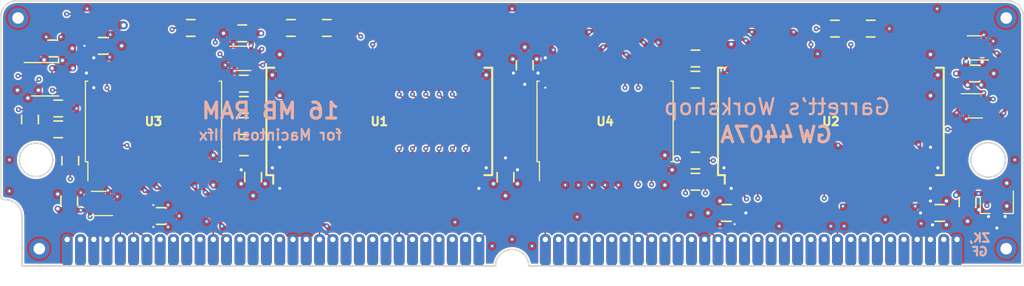
<source format=kicad_pcb>
(kicad_pcb (version 20171130) (host pcbnew "(5.1.10-1-10_14)")
  (layers (0 F.Cu signal) (1 In1.Cu power) (2 In2.Cu signal) (31 B.Cu power) (34 B.Paste user) (35 F.Paste user) (36 B.SilkS user) (37 F.SilkS user) (38 B.Mask user) (39 F.Mask user) (44 Edge.Cuts user))
  (net 0 "")
  (net 1 +5V)
  (net 2 /D0)
  (net 3 /D1)
  (net 4 /~WE~)
  (net 5 /D2)
  (net 6 /D3)
  (net 7 GND)
  (net 8 /D4)
  (net 9 /D5)
  (net 10 /D6)
  (net 11 /A11)
  (net 12 /D7)
  (net 13 /A0)
  (net 14 /A1)
  (net 15 /A2)
  (net 16 /A3)
  (net 17 /A4)
  (net 18 /A5)
  (net 19 /A6)
  (net 20 /A7)
  (net 21 /~OE~)
  (net 22 /A8)
  (net 23 /A9)
  (net 24 /A10)
  (net 25 +3V3)
  (net 26 /PDCO)
  (net 27 /PDCI)
  (net 28 /~WWP~)
  (net 29 /PQ)
  (net 30 "Net-(J1-Pad57)")
  (net 31 "Net-(J1-Pad56)")
  (net 32 /~RAS~)
  (net 33 "Net-(J1-Pad54)")
  (net 34 /~Q~B)
  (net 35 /~W~7)
  (net 36 /Q7)
  (net 37 "Net-(J1-Pad49)")
  (net 38 /~W~6)
  (net 39 /Q6)
  (net 40 "Net-(J1-Pad44)")
  (net 41 "Net-(J1-Pad43)")
  (net 42 /~W~5)
  (net 43 /Q5)
  (net 44 "Net-(J1-Pad36)")
  (net 45 /~W~4)
  (net 46 /Q4)
  (net 47 "Net-(J1-Pad30)")
  (net 48 /~W~3)
  (net 49 /Q3)
  (net 50 "Net-(J1-Pad24)")
  (net 51 /~W~2)
  (net 52 /Q2)
  (net 53 "Net-(J1-Pad16)")
  (net 54 /~W~1)
  (net 55 /Q1)
  (net 56 "Net-(J1-Pad10)")
  (net 57 /~W~0)
  (net 58 /Q0)
  (net 59 /~CAS~)
  (net 60 "Net-(J1-Pad2)")
  (net 61 /DQ7)
  (net 62 /DQ6)
  (net 63 /DQ5)
  (net 64 /DQ4)
  (net 65 /DQ3)
  (net 66 /DQ2)
  (net 67 /DQ1)
  (net 68 /DQ0)
  (net 69 /Din~OE~)
  (net 70 /Dout~OE~)
  (net 71 /RAS)
  (net 72 /CAS)
  (net 73 /RD)
  (net 74 /DQr0)
  (net 75 /DQr4)
  (net 76 /DQr2)
  (net 77 /DQr5)
  (net 78 /DQr1)
  (net 79 /DQr6)
  (net 80 /DQr3)
  (net 81 /DQr7)
  (net 82 /CASd)
  (net 83 "Net-(R13-Pad1)")
  (net 84 /R~CAS~)
  (net 85 /~CAS~d)
  (net 86 "Net-(U1-Pad29)")
  (net 87 "Net-(U1-Pad28)")
  (net 88 "Net-(U1-Pad27)")
  (net 89 "Net-(U1-Pad24)")
  (net 90 "Net-(U1-Pad7)")
  (net 91 "Net-(U1-Pad6)")
  (net 92 "Net-(U1-Pad5)")
  (net 93 "Net-(U1-Pad4)")
  (net 94 "Net-(U2-Pad4)")
  (net 95 "Net-(U2-Pad5)")
  (net 96 "Net-(U2-Pad6)")
  (net 97 "Net-(U2-Pad7)")
  (net 98 "Net-(U2-Pad24)")
  (net 99 "Net-(U2-Pad27)")
  (net 100 "Net-(U2-Pad28)")
  (net 101 "Net-(U2-Pad29)")
  (module stdpads:NXP_TSSOP-8_3x3mm_P0.65mm (layer F.Cu) (at 76 109.75)
    (fp_text reference U8)
    (fp_text value 74LVC1G74DC)
    (pad 8 smd roundrect (at 1.65 -1.05) (size 1.15 0.6) (layers F.Cu F.Paste F.Mask) (net 25 +3V3))
    (pad 7 smd roundrect (at 1.65 -0.325) (size 1.15 0.45) (layers F.Cu F.Paste F.Mask) (net 25 +3V3))
    (pad 6 smd roundrect (at 1.65 0.325) (size 1.15 0.45) (layers F.Cu F.Paste F.Mask) (net 72 /CAS))
    (pad 5 smd roundrect (at 1.65 1.05) (size 1.15 0.6) (layers F.Cu F.Paste F.Mask) (net 69 /Din~OE~))
    (pad 4 smd roundrect (at -1.65 1.05) (size 1.15 0.6) (layers F.Cu F.Paste F.Mask) (net 7 GND))
    (pad 3 smd roundrect (at -1.65 0.325) (size 1.15 0.4) (layers F.Cu F.Paste F.Mask) (net 70 /Dout~OE~))
    (pad 2 smd roundrect (at -1.65 -0.325) (size 1.15 0.4) (layers F.Cu F.Paste F.Mask) (net 73 /RD))
    (pad 1 smd roundrect (at -1.65 -1.05) (size 1.15 0.6) (layers F.Cu F.Paste F.Mask) (net 82 /CASd))
  )
  (module stdpads:C_0805 (layer F.Cu) (at 95.885 119.087 270)
    (fp_text reference C2)
    (fp_text value 2u2)
    (pad 2 smd roundrect (at 0.85 0 270) (size 1.05 1.4) (layers F.Cu F.Paste F.Mask) (net 7 GND))
    (pad 1 smd roundrect (at -0.85 0 270) (size 1.05 1.4) (layers F.Cu F.Paste F.Mask) (net 1 +5V))
  )
  (module stdpads:SOJ-32_400mil (layer F.Cu) (at 151.13 113.792 90)
    (fp_text reference U2)
    (fp_text value KM44C16104)
    (fp_text user %R (at 0 0) (layer F.SilkS) (effects (font (size 0.8128 0.8128) (thickness 0.2032))))
    (pad 32 smd roundrect (at 4.445 -9.525 90) (size 3.048 0.6) (layers F.Cu F.Paste F.Mask) (net 7 GND))
    (pad 31 smd roundrect (at 4.445 -8.255 90) (size 3.048 0.6) (layers F.Cu F.Paste F.Mask) (net 75 /DQr4))
    (pad 30 smd roundrect (at 4.445 -6.985 90) (size 3.048 0.6) (layers F.Cu F.Paste F.Mask) (net 81 /DQr7))
    (pad 29 smd roundrect (at 4.445 -5.715 90) (size 3.048 0.6) (layers F.Cu F.Paste F.Mask) (net 101 "Net-(U2-Pad29)"))
    (pad 20 smd roundrect (at 4.445 5.715 270) (size 3.048 0.6) (layers F.Cu F.Paste F.Mask) (net 22 /A8))
    (pad 19 smd roundrect (at 4.445 6.985 270) (size 3.048 0.6) (layers F.Cu F.Paste F.Mask) (net 20 /A7))
    (pad 18 smd roundrect (at 4.445 8.255 270) (size 3.048 0.6) (layers F.Cu F.Paste F.Mask) (net 19 /A6))
    (pad 17 smd roundrect (at 4.445 9.525 270) (size 3.048 0.6) (layers F.Cu F.Paste F.Mask) (net 7 GND))
    (pad 16 smd roundrect (at -4.445 9.525 90) (size 3.048 0.6) (layers F.Cu F.Paste F.Mask) (net 1 +5V))
    (pad 15 smd roundrect (at -4.445 8.255 90) (size 3.048 0.6) (layers F.Cu F.Paste F.Mask) (net 13 /A0))
    (pad 7 smd roundrect (at -4.445 -1.905 90) (size 3.048 0.6) (layers F.Cu F.Paste F.Mask) (net 97 "Net-(U2-Pad7)"))
    (pad 26 smd roundrect (at 4.445 -1.905 90) (size 3.048 0.6) (layers F.Cu F.Paste F.Mask) (net 84 /R~CAS~))
    (pad 25 smd roundrect (at 4.445 -0.635 90) (size 3.048 0.6) (layers F.Cu F.Paste F.Mask) (net 21 /~OE~))
    (pad 24 smd roundrect (at 4.445 0.635 90) (size 3.048 0.6) (layers F.Cu F.Paste F.Mask) (net 98 "Net-(U2-Pad24)"))
    (pad 23 smd roundrect (at 4.445 1.905 90) (size 3.048 0.6) (layers F.Cu F.Paste F.Mask) (net 11 /A11))
    (pad 22 smd roundrect (at 4.445 3.175 90) (size 3.048 0.6) (layers F.Cu F.Paste F.Mask) (net 24 /A10))
    (pad 13 smd roundrect (at -4.445 5.715 90) (size 3.048 0.6) (layers F.Cu F.Paste F.Mask) (net 15 /A2))
    (pad 12 smd roundrect (at -4.445 4.445 90) (size 3.048 0.6) (layers F.Cu F.Paste F.Mask) (net 16 /A3))
    (pad 11 smd roundrect (at -4.445 3.175 90) (size 3.048 0.6) (layers F.Cu F.Paste F.Mask) (net 17 /A4))
    (pad 10 smd roundrect (at -4.445 1.905 90) (size 3.048 0.6) (layers F.Cu F.Paste F.Mask) (net 18 /A5))
    (pad 9 smd roundrect (at -4.445 0.635 90) (size 3.048 0.6) (layers F.Cu F.Paste F.Mask) (net 32 /~RAS~))
    (pad 5 smd roundrect (at -4.445 -4.445 90) (size 3.048 0.6) (layers F.Cu F.Paste F.Mask) (net 95 "Net-(U2-Pad5)"))
    (pad 4 smd roundrect (at -4.445 -5.715 90) (size 3.048 0.6) (layers F.Cu F.Paste F.Mask) (net 94 "Net-(U2-Pad4)"))
    (pad 3 smd roundrect (at -4.445 -6.985 90) (size 3.048 0.6) (layers F.Cu F.Paste F.Mask) (net 77 /DQr5))
    (pad 2 smd roundrect (at -4.445 -8.255 90) (size 3.048 0.6) (layers F.Cu F.Paste F.Mask) (net 79 /DQr6))
    (pad 1 smd roundrect (at -4.445 -9.525 90) (size 3.048 0.6) (layers F.Cu F.Paste F.Mask) (net 1 +5V))
    (pad 21 smd roundrect (at 4.445 4.445 90) (size 3.048 0.6) (layers F.Cu F.Paste F.Mask) (net 23 /A9))
    (pad 6 smd roundrect (at -4.445 -3.175 90) (size 3.048 0.6) (layers F.Cu F.Paste F.Mask) (net 96 "Net-(U2-Pad6)"))
    (pad 8 smd roundrect (at -4.445 -0.635 90) (size 3.048 0.6) (layers F.Cu F.Paste F.Mask) (net 4 /~WE~))
    (pad 14 smd roundrect (at -4.445 6.985 90) (size 3.048 0.6) (layers F.Cu F.Paste F.Mask) (net 14 /A1))
    (pad 27 smd roundrect (at 4.445 -3.175 90) (size 3.048 0.6) (layers F.Cu F.Paste F.Mask) (net 99 "Net-(U2-Pad27)"))
    (pad 28 smd roundrect (at 4.445 -4.445 90) (size 3.048 0.6) (layers F.Cu F.Paste F.Mask) (net 100 "Net-(U2-Pad28)"))
  )
  (module stdpads:SOJ-32_400mil (layer F.Cu) (at 107.95 113.792 90)
    (fp_text reference U1)
    (fp_text value KM44C16104)
    (fp_text user %R (at 0 0) (layer F.SilkS) (effects (font (size 0.8128 0.8128) (thickness 0.2032))))
    (pad 32 smd roundrect (at 4.445 -9.525 90) (size 3.048 0.6) (layers F.Cu F.Paste F.Mask) (net 7 GND))
    (pad 31 smd roundrect (at 4.445 -8.255 90) (size 3.048 0.6) (layers F.Cu F.Paste F.Mask) (net 80 /DQr3))
    (pad 30 smd roundrect (at 4.445 -6.985 90) (size 3.048 0.6) (layers F.Cu F.Paste F.Mask) (net 74 /DQr0))
    (pad 29 smd roundrect (at 4.445 -5.715 90) (size 3.048 0.6) (layers F.Cu F.Paste F.Mask) (net 86 "Net-(U1-Pad29)"))
    (pad 20 smd roundrect (at 4.445 5.715 270) (size 3.048 0.6) (layers F.Cu F.Paste F.Mask) (net 23 /A9))
    (pad 19 smd roundrect (at 4.445 6.985 270) (size 3.048 0.6) (layers F.Cu F.Paste F.Mask) (net 24 /A10))
    (pad 18 smd roundrect (at 4.445 8.255 270) (size 3.048 0.6) (layers F.Cu F.Paste F.Mask) (net 11 /A11))
    (pad 17 smd roundrect (at 4.445 9.525 270) (size 3.048 0.6) (layers F.Cu F.Paste F.Mask) (net 7 GND))
    (pad 16 smd roundrect (at -4.445 9.525 90) (size 3.048 0.6) (layers F.Cu F.Paste F.Mask) (net 1 +5V))
    (pad 15 smd roundrect (at -4.445 8.255 90) (size 3.048 0.6) (layers F.Cu F.Paste F.Mask) (net 18 /A5))
    (pad 7 smd roundrect (at -4.445 -1.905 90) (size 3.048 0.6) (layers F.Cu F.Paste F.Mask) (net 90 "Net-(U1-Pad7)"))
    (pad 26 smd roundrect (at 4.445 -1.905 90) (size 3.048 0.6) (layers F.Cu F.Paste F.Mask) (net 84 /R~CAS~))
    (pad 25 smd roundrect (at 4.445 -0.635 90) (size 3.048 0.6) (layers F.Cu F.Paste F.Mask) (net 21 /~OE~))
    (pad 24 smd roundrect (at 4.445 0.635 90) (size 3.048 0.6) (layers F.Cu F.Paste F.Mask) (net 89 "Net-(U1-Pad24)"))
    (pad 23 smd roundrect (at 4.445 1.905 90) (size 3.048 0.6) (layers F.Cu F.Paste F.Mask) (net 19 /A6))
    (pad 22 smd roundrect (at 4.445 3.175 90) (size 3.048 0.6) (layers F.Cu F.Paste F.Mask) (net 20 /A7))
    (pad 13 smd roundrect (at -4.445 5.715 90) (size 3.048 0.6) (layers F.Cu F.Paste F.Mask) (net 16 /A3))
    (pad 12 smd roundrect (at -4.445 4.445 90) (size 3.048 0.6) (layers F.Cu F.Paste F.Mask) (net 15 /A2))
    (pad 11 smd roundrect (at -4.445 3.175 90) (size 3.048 0.6) (layers F.Cu F.Paste F.Mask) (net 14 /A1))
    (pad 10 smd roundrect (at -4.445 1.905 90) (size 3.048 0.6) (layers F.Cu F.Paste F.Mask) (net 13 /A0))
    (pad 9 smd roundrect (at -4.445 0.635 90) (size 3.048 0.6) (layers F.Cu F.Paste F.Mask) (net 32 /~RAS~))
    (pad 5 smd roundrect (at -4.445 -4.445 90) (size 3.048 0.6) (layers F.Cu F.Paste F.Mask) (net 92 "Net-(U1-Pad5)"))
    (pad 4 smd roundrect (at -4.445 -5.715 90) (size 3.048 0.6) (layers F.Cu F.Paste F.Mask) (net 93 "Net-(U1-Pad4)"))
    (pad 3 smd roundrect (at -4.445 -6.985 90) (size 3.048 0.6) (layers F.Cu F.Paste F.Mask) (net 76 /DQr2))
    (pad 2 smd roundrect (at -4.445 -8.255 90) (size 3.048 0.6) (layers F.Cu F.Paste F.Mask) (net 78 /DQr1))
    (pad 1 smd roundrect (at -4.445 -9.525 90) (size 3.048 0.6) (layers F.Cu F.Paste F.Mask) (net 1 +5V))
    (pad 21 smd roundrect (at 4.445 4.445 90) (size 3.048 0.6) (layers F.Cu F.Paste F.Mask) (net 22 /A8))
    (pad 6 smd roundrect (at -4.445 -3.175 90) (size 3.048 0.6) (layers F.Cu F.Paste F.Mask) (net 91 "Net-(U1-Pad6)"))
    (pad 8 smd roundrect (at -4.445 -0.635 90) (size 3.048 0.6) (layers F.Cu F.Paste F.Mask) (net 4 /~WE~))
    (pad 14 smd roundrect (at -4.445 6.985 90) (size 3.048 0.6) (layers F.Cu F.Paste F.Mask) (net 17 /A4))
    (pad 27 smd roundrect (at 4.445 -3.175 90) (size 3.048 0.6) (layers F.Cu F.Paste F.Mask) (net 88 "Net-(U1-Pad27)"))
    (pad 28 smd roundrect (at 4.445 -4.445 90) (size 3.048 0.6) (layers F.Cu F.Paste F.Mask) (net 87 "Net-(U1-Pad28)"))
  )
  (module stdpads:R_0805 (layer F.Cu) (at 154.94 104.902)
    (fp_text reference R12)
    (fp_text value FPM)
    (pad 2 smd roundrect (at 0.95 0) (size 0.85 1.4) (layers F.Cu F.Paste F.Mask) (net 7 GND))
    (pad 1 smd roundrect (at -0.95 0) (size 0.85 1.4) (layers F.Cu F.Paste F.Mask) (net 21 /~OE~))
  )
  (module stdpads:R_0805 (layer F.Cu) (at 89.916 104.8385 180)
    (fp_text reference R11)
    (fp_text value EDO1)
    (pad 1 smd roundrect (at -0.95 0 180) (size 0.85 1.4) (layers F.Cu F.Paste F.Mask) (net 85 /~CAS~d))
    (pad 2 smd roundrect (at 0.95 0 180) (size 0.85 1.4) (layers F.Cu F.Paste F.Mask) (net 21 /~OE~))
  )
  (module stdpads:C_0805 (layer F.Cu) (at 94.85 105.35 180)
    (fp_text reference C12)
    (fp_text value 2u2)
    (pad 1 smd roundrect (at -0.85 0 180) (size 1.05 1.4) (layers F.Cu F.Paste F.Mask) (net 25 +3V3))
    (pad 2 smd roundrect (at 0.85 0 180) (size 1.05 1.4) (layers F.Cu F.Paste F.Mask) (net 7 GND))
  )
  (module stdpads:R_0805 (layer F.Cu) (at 99.5045 104.8385)
    (fp_text reference R16)
    (fp_text value RCASd)
    (pad 2 smd roundrect (at 0.95 0) (size 0.85 1.4) (layers F.Cu F.Paste F.Mask) (net 84 /R~CAS~))
    (pad 1 smd roundrect (at -0.95 0) (size 0.85 1.4) (layers F.Cu F.Paste F.Mask) (net 85 /~CAS~d))
  )
  (module stdpads:R_0805 (layer F.Cu) (at 102.9335 104.8385 180)
    (fp_text reference R15)
    (fp_text value RCAS)
    (pad 1 smd roundrect (at -0.95 0 180) (size 0.85 1.4) (layers F.Cu F.Paste F.Mask) (net 59 /~CAS~))
    (pad 2 smd roundrect (at 0.95 0 180) (size 0.85 1.4) (layers F.Cu F.Paste F.Mask) (net 84 /R~CAS~))
  )
  (module stdpads:R_0805 (layer F.Cu) (at 151.511 104.902)
    (fp_text reference R10)
    (fp_text value EDO0)
    (pad 1 smd roundrect (at -0.95 0) (size 0.85 1.4) (layers F.Cu F.Paste F.Mask) (net 59 /~CAS~))
    (pad 2 smd roundrect (at 0.95 0) (size 0.85 1.4) (layers F.Cu F.Paste F.Mask) (net 21 /~OE~))
  )
  (module stdpads:SOT-353 (layer F.Cu) (at 94.95 107.75 180)
    (fp_text reference U9)
    (fp_text value 74LVC1G04GW)
    (pad 3 smd roundrect (at 0.85 -0.65) (size 1 0.4) (layers F.Cu F.Paste F.Mask) (net 7 GND))
    (pad 1 smd roundrect (at 0.85 0.65) (size 1 0.4) (layers F.Cu F.Paste F.Mask))
    (pad 2 smd roundrect (at 0.85 0) (size 1 0.4) (layers F.Cu F.Paste F.Mask) (net 83 "Net-(R13-Pad1)"))
    (pad 4 smd roundrect (at -0.85 -0.65) (size 1 0.4) (layers F.Cu F.Paste F.Mask) (net 85 /~CAS~d))
    (pad 5 smd roundrect (at -0.85 0.65) (size 1 0.4) (layers F.Cu F.Paste F.Mask) (net 25 +3V3))
  )
  (module stdpads:PasteHole_1.1mm_PTH (layer F.Cu) (at 73.406 103.886)
    (fp_text reference H1)
    (fp_text value " " hide)
    (pad 1 thru_hole circle (at 0 0) (size 2 2) (drill 1.1) (layers *.Cu *.Mask) (net 7 GND))
  )
  (module stdpads:R_0805 (layer F.Cu) (at 78.4 117.55 90)
    (fp_text reference R14)
    (fp_text value CAS)
    (pad 1 smd roundrect (at -0.95 0 90) (size 0.85 1.4) (layers F.Cu F.Paste F.Mask) (net 83 "Net-(R13-Pad1)"))
    (pad 2 smd roundrect (at 0.95 0 90) (size 0.85 1.4) (layers F.Cu F.Paste F.Mask) (net 72 /CAS))
  )
  (module stdpads:R_0805 (layer F.Cu) (at 74.55 113.6 270)
    (fp_text reference R13)
    (fp_text value CASd)
    (pad 2 smd roundrect (at 0.95 0 270) (size 0.85 1.4) (layers F.Cu F.Paste F.Mask) (net 82 /CASd))
    (pad 1 smd roundrect (at -0.95 0 270) (size 0.85 1.4) (layers F.Cu F.Paste F.Mask) (net 83 "Net-(R13-Pad1)"))
  )
  (module stdpads:C_0805 (layer F.Cu) (at 164.2 121.55 270)
    (fp_text reference C10)
    (fp_text value 2u2)
    (pad 1 smd roundrect (at -0.85 0 270) (size 1.05 1.4) (layers F.Cu F.Paste F.Mask) (net 25 +3V3))
    (pad 2 smd roundrect (at 0.85 0 270) (size 1.05 1.4) (layers F.Cu F.Paste F.Mask) (net 7 GND))
  )
  (module stdpads:C_0805 (layer F.Cu) (at 87.05 122.85)
    (fp_text reference C1)
    (fp_text value 2u2)
    (pad 1 smd roundrect (at -0.85 0) (size 1.05 1.4) (layers F.Cu F.Paste F.Mask) (net 1 +5V))
    (pad 2 smd roundrect (at 0.85 0) (size 1.05 1.4) (layers F.Cu F.Paste F.Mask) (net 7 GND))
  )
  (module stdpads:SOT-23 (layer F.Cu) (at 167 121.85 90)
    (fp_text reference U10)
    (fp_text value XC6206PxxxMR)
    (pad 1 smd roundrect (at 1.05 0.95 270) (size 1.35 0.8) (layers F.Cu F.Paste F.Mask) (net 7 GND))
    (pad 2 smd roundrect (at 1.05 -0.95 270) (size 1.35 0.8) (layers F.Cu F.Paste F.Mask) (net 25 +3V3))
    (pad 3 smd roundrect (at -1.05 0 270) (size 1.35 0.8) (layers F.Cu F.Paste F.Mask) (net 1 +5V))
  )
  (module stdpads:SOIC-20W_7.5mm (layer F.Cu) (at 129.54 113.792)
    (fp_text reference U4)
    (fp_text value 74AHCT244PW)
    (fp_text user %R (at 0 0 180) (layer F.SilkS) (effects (font (size 0.8128 0.8128) (thickness 0.2032))))
    (pad 20 smd roundrect (at -5.715 -4.65 90) (size 2.05 0.6) (layers F.Cu F.Paste F.Mask) (net 1 +5V))
    (pad 19 smd roundrect (at -4.445 -4.65 90) (size 2.05 0.6) (layers F.Cu F.Paste F.Mask) (net 70 /Dout~OE~))
    (pad 18 smd roundrect (at -3.175 -4.65 90) (size 2.05 0.6) (layers F.Cu F.Paste F.Mask) (net 61 /DQ7))
    (pad 17 smd roundrect (at -1.905 -4.65 90) (size 2.05 0.6) (layers F.Cu F.Paste F.Mask) (net 64 /DQ4))
    (pad 16 smd roundrect (at -0.635 -4.65 90) (size 2.05 0.6) (layers F.Cu F.Paste F.Mask) (net 62 /DQ6))
    (pad 15 smd roundrect (at 0.635 -4.65 90) (size 2.05 0.6) (layers F.Cu F.Paste F.Mask) (net 63 /DQ5))
    (pad 14 smd roundrect (at 1.905 -4.65 90) (size 2.05 0.6) (layers F.Cu F.Paste F.Mask) (net 63 /DQ5))
    (pad 13 smd roundrect (at 3.175 -4.65 90) (size 2.05 0.6) (layers F.Cu F.Paste F.Mask) (net 62 /DQ6))
    (pad 12 smd roundrect (at 4.445 -4.65 90) (size 2.05 0.6) (layers F.Cu F.Paste F.Mask) (net 64 /DQ4))
    (pad 11 smd roundrect (at 5.715 -4.65 90) (size 2.05 0.6) (layers F.Cu F.Paste F.Mask) (net 61 /DQ7))
    (pad 10 smd roundrect (at 5.715 4.65 90) (size 2.05 0.6) (layers F.Cu F.Paste F.Mask) (net 7 GND))
    (pad 9 smd roundrect (at 4.445 4.65 90) (size 2.05 0.6) (layers F.Cu F.Paste F.Mask) (net 36 /Q7))
    (pad 8 smd roundrect (at 3.175 4.65 90) (size 2.05 0.6) (layers F.Cu F.Paste F.Mask) (net 12 /D7))
    (pad 7 smd roundrect (at 1.905 4.65 90) (size 2.05 0.6) (layers F.Cu F.Paste F.Mask) (net 39 /Q6))
    (pad 6 smd roundrect (at 0.635 4.65 90) (size 2.05 0.6) (layers F.Cu F.Paste F.Mask) (net 10 /D6))
    (pad 5 smd roundrect (at -0.635 4.65 90) (size 2.05 0.6) (layers F.Cu F.Paste F.Mask) (net 43 /Q5))
    (pad 4 smd roundrect (at -1.905 4.65 90) (size 2.05 0.6) (layers F.Cu F.Paste F.Mask) (net 9 /D5))
    (pad 3 smd roundrect (at -3.175 4.65 90) (size 2.05 0.6) (layers F.Cu F.Paste F.Mask) (net 46 /Q4))
    (pad 2 smd roundrect (at -4.445 4.65 90) (size 2.05 0.6) (layers F.Cu F.Paste F.Mask) (net 8 /D4))
    (pad 1 smd roundrect (at -5.715 4.65 90) (size 2.05 0.6) (layers F.Cu F.Paste F.Mask) (net 69 /Din~OE~))
  )
  (module stdpads:C_0805 (layer F.Cu) (at 164.9 109.2)
    (fp_text reference C11)
    (fp_text value 2u2)
    (pad 2 smd roundrect (at 0.85 0) (size 1.05 1.4) (layers F.Cu F.Paste F.Mask) (net 7 GND))
    (pad 1 smd roundrect (at -0.85 0) (size 1.05 1.4) (layers F.Cu F.Paste F.Mask) (net 25 +3V3))
  )
  (module stdpads:C_0805 (layer F.Cu) (at 141.1995 122.555 180)
    (fp_text reference C4)
    (fp_text value 2u2)
    (pad 1 smd roundrect (at -0.85 0 180) (size 1.05 1.4) (layers F.Cu F.Paste F.Mask) (net 1 +5V))
    (pad 2 smd roundrect (at 0.85 0 180) (size 1.05 1.4) (layers F.Cu F.Paste F.Mask) (net 7 GND))
  )
  (module stdpads:Fiducial (layer F.Cu) (at 75.946 103.886)
    (fp_text reference FID1 hide)
    (fp_text value Fiducial hide)
    (pad ~ smd circle (at 0 0) (size 1 1) (layers F.Cu F.Mask) (clearance 0.575))
  )
  (module stdpads:R_0805 (layer F.Cu) (at 138.176 119.5705)
    (fp_text reference R3)
    (fp_text value 100)
    (pad 1 smd roundrect (at -0.95 0) (size 0.85 1.4) (layers F.Cu F.Paste F.Mask) (net 62 /DQ6))
    (pad 2 smd roundrect (at 0.95 0) (size 0.85 1.4) (layers F.Cu F.Paste F.Mask) (net 79 /DQr6))
  )
  (module stdpads:R_0805 (layer F.Cu) (at 138.176 117.5385)
    (fp_text reference R5)
    (fp_text value 100)
    (pad 2 smd roundrect (at 0.95 0) (size 0.85 1.4) (layers F.Cu F.Paste F.Mask) (net 77 /DQr5))
    (pad 1 smd roundrect (at -0.95 0) (size 0.85 1.4) (layers F.Cu F.Paste F.Mask) (net 63 /DQ5))
  )
  (module stdpads:R_0805 (layer F.Cu) (at 138.176 107.7595)
    (fp_text reference R7)
    (fp_text value 100)
    (pad 2 smd roundrect (at 0.95 0) (size 0.85 1.4) (layers F.Cu F.Paste F.Mask) (net 81 /DQr7))
    (pad 1 smd roundrect (at -0.95 0) (size 0.85 1.4) (layers F.Cu F.Paste F.Mask) (net 61 /DQ7))
  )
  (module stdpads:R_0805 (layer F.Cu) (at 138.176 109.7915)
    (fp_text reference R9)
    (fp_text value 100)
    (pad 1 smd roundrect (at -0.95 0) (size 0.85 1.4) (layers F.Cu F.Paste F.Mask) (net 64 /DQ4))
    (pad 2 smd roundrect (at 0.95 0) (size 0.85 1.4) (layers F.Cu F.Paste F.Mask) (net 75 /DQr4))
  )
  (module stdpads:R_0805 (layer F.Cu) (at 94.996 110.1725)
    (fp_text reference R8)
    (fp_text value 100)
    (pad 2 smd roundrect (at 0.95 0) (size 0.85 1.4) (layers F.Cu F.Paste F.Mask) (net 80 /DQr3))
    (pad 1 smd roundrect (at -0.95 0) (size 0.85 1.4) (layers F.Cu F.Paste F.Mask) (net 65 /DQ3))
  )
  (module stdpads:R_0805 (layer F.Cu) (at 94.996 114.2365)
    (fp_text reference R4)
    (fp_text value 100)
    (pad 2 smd roundrect (at 0.95 0) (size 0.85 1.4) (layers F.Cu F.Paste F.Mask) (net 76 /DQr2))
    (pad 1 smd roundrect (at -0.95 0) (size 0.85 1.4) (layers F.Cu F.Paste F.Mask) (net 66 /DQ2))
  )
  (module stdpads:R_0805 (layer F.Cu) (at 94.996 116.2685)
    (fp_text reference R2)
    (fp_text value 100)
    (pad 1 smd roundrect (at -0.95 0) (size 0.85 1.4) (layers F.Cu F.Paste F.Mask) (net 67 /DQ1))
    (pad 2 smd roundrect (at 0.95 0) (size 0.85 1.4) (layers F.Cu F.Paste F.Mask) (net 78 /DQr1))
  )
  (module stdpads:R_0805 (layer F.Cu) (at 94.996 112.2045)
    (fp_text reference R6)
    (fp_text value 100)
    (pad 2 smd roundrect (at 0.95 0) (size 0.85 1.4) (layers F.Cu F.Paste F.Mask) (net 74 /DQr0))
    (pad 1 smd roundrect (at -0.95 0) (size 0.85 1.4) (layers F.Cu F.Paste F.Mask) (net 68 /DQ0))
  )
  (module stdpads:Fiducial (layer F.Cu) (at 75.438 123.444)
    (fp_text reference FID2 hide)
    (fp_text value Fiducial hide)
    (pad ~ smd circle (at 0 0) (size 1 1) (layers F.Cu F.Mask) (clearance 0.575))
  )
  (module stdpads:Fiducial (layer F.Cu) (at 165.354 125.984)
    (fp_text reference FID3 hide)
    (fp_text value Fiducial hide)
    (pad ~ smd circle (at 0 0) (size 1 1) (layers F.Cu F.Mask) (clearance 0.575))
  )
  (module stdpads:Fiducial (layer F.Cu) (at 165.354 103.886)
    (fp_text reference FID4 hide)
    (fp_text value Fiducial hide)
    (pad ~ smd circle (at 0 0) (size 1 1) (layers F.Cu F.Mask) (clearance 0.575))
  )
  (module stdpads:PasteHole_1.1mm_PTH (layer F.Cu) (at 75.438 125.984)
    (fp_text reference H2)
    (fp_text value " " hide)
    (pad 1 thru_hole circle (at 0 0) (size 2 2) (drill 1.1) (layers *.Cu *.Mask) (net 7 GND))
  )
  (module stdpads:PasteHole_1.1mm_PTH (layer F.Cu) (at 167.894 125.984)
    (fp_text reference H3)
    (fp_text value " " hide)
    (pad 1 thru_hole circle (at 0 0) (size 2 2) (drill 1.1) (layers *.Cu *.Mask) (net 7 GND))
  )
  (module stdpads:PasteHole_1.1mm_PTH (layer F.Cu) (at 167.894 103.886)
    (fp_text reference H4)
    (fp_text value " " hide)
    (pad 1 thru_hole circle (at 0 0) (size 2 2) (drill 1.1) (layers *.Cu *.Mask) (net 7 GND))
  )
  (module stdpads:SOT-353 (layer F.Cu) (at 164.9 112.3 180)
    (fp_text reference U5)
    (fp_text value 74LVC1G04GW)
    (pad 5 smd roundrect (at -0.85 0.65) (size 1 0.4) (layers F.Cu F.Paste F.Mask) (net 25 +3V3))
    (pad 4 smd roundrect (at -0.85 -0.65) (size 1 0.4) (layers F.Cu F.Paste F.Mask) (net 71 /RAS))
    (pad 2 smd roundrect (at 0.85 0) (size 1 0.4) (layers F.Cu F.Paste F.Mask) (net 32 /~RAS~))
    (pad 1 smd roundrect (at 0.85 0.65) (size 1 0.4) (layers F.Cu F.Paste F.Mask))
    (pad 3 smd roundrect (at 0.85 -0.65) (size 1 0.4) (layers F.Cu F.Paste F.Mask) (net 7 GND))
  )
  (module stdpads:SOT-353 (layer F.Cu) (at 81.15 121.65)
    (fp_text reference U6)
    (fp_text value 74LVC1G04GW)
    (pad 3 smd roundrect (at 0.85 -0.65 180) (size 1 0.4) (layers F.Cu F.Paste F.Mask) (net 7 GND))
    (pad 1 smd roundrect (at 0.85 0.65 180) (size 1 0.4) (layers F.Cu F.Paste F.Mask))
    (pad 2 smd roundrect (at 0.85 0 180) (size 1 0.4) (layers F.Cu F.Paste F.Mask) (net 59 /~CAS~))
    (pad 4 smd roundrect (at -0.85 -0.65 180) (size 1 0.4) (layers F.Cu F.Paste F.Mask) (net 72 /CAS))
    (pad 5 smd roundrect (at -0.85 0.65 180) (size 1 0.4) (layers F.Cu F.Paste F.Mask) (net 25 +3V3))
  )
  (module stdpads:SOT-353 (layer F.Cu) (at 164.9 106.75)
    (fp_text reference U7)
    (fp_text value 74LVC1G08GW)
    (pad 3 smd roundrect (at 0.85 -0.65 180) (size 1 0.4) (layers F.Cu F.Paste F.Mask) (net 7 GND))
    (pad 1 smd roundrect (at 0.85 0.65 180) (size 1 0.4) (layers F.Cu F.Paste F.Mask) (net 71 /RAS))
    (pad 2 smd roundrect (at 0.85 0 180) (size 1 0.4) (layers F.Cu F.Paste F.Mask) (net 4 /~WE~))
    (pad 4 smd roundrect (at -0.85 -0.65 180) (size 1 0.4) (layers F.Cu F.Paste F.Mask) (net 73 /RD))
    (pad 5 smd roundrect (at -0.85 0.65 180) (size 1 0.4) (layers F.Cu F.Paste F.Mask) (net 25 +3V3))
  )
  (module stdpads:SOIC-20W_7.5mm (layer F.Cu) (at 86.36 113.792)
    (fp_text reference U3)
    (fp_text value 74AHCT244PW)
    (fp_text user %R (at 0 0 180) (layer F.SilkS) (effects (font (size 0.8128 0.8128) (thickness 0.2032))))
    (pad 1 smd roundrect (at -5.715 4.65 90) (size 2.05 0.6) (layers F.Cu F.Paste F.Mask) (net 69 /Din~OE~))
    (pad 2 smd roundrect (at -4.445 4.65 90) (size 2.05 0.6) (layers F.Cu F.Paste F.Mask) (net 2 /D0))
    (pad 3 smd roundrect (at -3.175 4.65 90) (size 2.05 0.6) (layers F.Cu F.Paste F.Mask) (net 58 /Q0))
    (pad 4 smd roundrect (at -1.905 4.65 90) (size 2.05 0.6) (layers F.Cu F.Paste F.Mask) (net 3 /D1))
    (pad 5 smd roundrect (at -0.635 4.65 90) (size 2.05 0.6) (layers F.Cu F.Paste F.Mask) (net 55 /Q1))
    (pad 6 smd roundrect (at 0.635 4.65 90) (size 2.05 0.6) (layers F.Cu F.Paste F.Mask) (net 5 /D2))
    (pad 7 smd roundrect (at 1.905 4.65 90) (size 2.05 0.6) (layers F.Cu F.Paste F.Mask) (net 52 /Q2))
    (pad 8 smd roundrect (at 3.175 4.65 90) (size 2.05 0.6) (layers F.Cu F.Paste F.Mask) (net 6 /D3))
    (pad 9 smd roundrect (at 4.445 4.65 90) (size 2.05 0.6) (layers F.Cu F.Paste F.Mask) (net 49 /Q3))
    (pad 10 smd roundrect (at 5.715 4.65 90) (size 2.05 0.6) (layers F.Cu F.Paste F.Mask) (net 7 GND))
    (pad 11 smd roundrect (at 5.715 -4.65 90) (size 2.05 0.6) (layers F.Cu F.Paste F.Mask) (net 65 /DQ3))
    (pad 12 smd roundrect (at 4.445 -4.65 90) (size 2.05 0.6) (layers F.Cu F.Paste F.Mask) (net 68 /DQ0))
    (pad 13 smd roundrect (at 3.175 -4.65 90) (size 2.05 0.6) (layers F.Cu F.Paste F.Mask) (net 66 /DQ2))
    (pad 14 smd roundrect (at 1.905 -4.65 90) (size 2.05 0.6) (layers F.Cu F.Paste F.Mask) (net 67 /DQ1))
    (pad 15 smd roundrect (at 0.635 -4.65 90) (size 2.05 0.6) (layers F.Cu F.Paste F.Mask) (net 67 /DQ1))
    (pad 16 smd roundrect (at -0.635 -4.65 90) (size 2.05 0.6) (layers F.Cu F.Paste F.Mask) (net 66 /DQ2))
    (pad 17 smd roundrect (at -1.905 -4.65 90) (size 2.05 0.6) (layers F.Cu F.Paste F.Mask) (net 68 /DQ0))
    (pad 18 smd roundrect (at -3.175 -4.65 90) (size 2.05 0.6) (layers F.Cu F.Paste F.Mask) (net 65 /DQ3))
    (pad 19 smd roundrect (at -4.445 -4.65 90) (size 2.05 0.6) (layers F.Cu F.Paste F.Mask) (net 70 /Dout~OE~))
    (pad 20 smd roundrect (at -5.715 -4.65 90) (size 2.05 0.6) (layers F.Cu F.Paste F.Mask) (net 1 +5V))
  )
  (module stdpads:R_0805 (layer F.Cu) (at 77.25 114.55)
    (fp_text reference R1)
    (fp_text value 100)
    (pad 1 smd roundrect (at -0.95 0) (size 0.85 1.4) (layers F.Cu F.Paste F.Mask) (net 82 /CASd))
    (pad 2 smd roundrect (at 0.95 0) (size 0.85 1.4) (layers F.Cu F.Paste F.Mask) (net 72 /CAS))
  )
  (module stdpads:C_0805 (layer F.Cu) (at 120.015 119.087 270)
    (fp_text reference C3)
    (fp_text value 2u2)
    (pad 1 smd roundrect (at -0.85 0 270) (size 1.05 1.4) (layers F.Cu F.Paste F.Mask) (net 1 +5V))
    (pad 2 smd roundrect (at 0.85 0 270) (size 1.05 1.4) (layers F.Cu F.Paste F.Mask) (net 7 GND))
  )
  (module stdpads:C_0805 (layer F.Cu) (at 161.505 122.555)
    (fp_text reference C5)
    (fp_text value 2u2)
    (pad 1 smd roundrect (at -0.85 0) (size 1.05 1.4) (layers F.Cu F.Paste F.Mask) (net 1 +5V))
    (pad 2 smd roundrect (at 0.85 0) (size 1.05 1.4) (layers F.Cu F.Paste F.Mask) (net 7 GND))
  )
  (module stdpads:C_0805 (layer F.Cu) (at 81.495 106.553)
    (fp_text reference C7)
    (fp_text value 2u2)
    (pad 2 smd roundrect (at 0.85 0) (size 1.05 1.4) (layers F.Cu F.Paste F.Mask) (net 7 GND))
    (pad 1 smd roundrect (at -0.85 0) (size 1.05 1.4) (layers F.Cu F.Paste F.Mask) (net 1 +5V))
  )
  (module stdpads:C_0805 (layer F.Cu) (at 121.8565 108.458 90)
    (fp_text reference C6)
    (fp_text value 2u2)
    (pad 2 smd roundrect (at 0.85 0 90) (size 1.05 1.4) (layers F.Cu F.Paste F.Mask) (net 7 GND))
    (pad 1 smd roundrect (at -0.85 0 90) (size 1.05 1.4) (layers F.Cu F.Paste F.Mask) (net 1 +5V))
  )
  (module stdpads:C_0805 (layer F.Cu) (at 77.25 112.55)
    (fp_text reference C13)
    (fp_text value 22p)
    (pad 1 smd roundrect (at -0.85 0) (size 1.05 1.4) (layers F.Cu F.Paste F.Mask) (net 82 /CASd))
    (pad 2 smd roundrect (at 0.85 0) (size 1.05 1.4) (layers F.Cu F.Paste F.Mask) (net 7 GND))
  )
  (module stdpads:C_0805 (layer F.Cu) (at 78.3 121.45 90)
    (fp_text reference C9)
    (fp_text value 2u2)
    (pad 1 smd roundrect (at -0.85 0 90) (size 1.05 1.4) (layers F.Cu F.Paste F.Mask) (net 25 +3V3))
    (pad 2 smd roundrect (at 0.85 0 90) (size 1.05 1.4) (layers F.Cu F.Paste F.Mask) (net 7 GND))
  )
  (module stdpads:C_0805 (layer F.Cu) (at 76.8 106.8 180)
    (fp_text reference C8)
    (fp_text value 2u2)
    (pad 2 smd roundrect (at 0.85 0 180) (size 1.05 1.4) (layers F.Cu F.Paste F.Mask) (net 7 GND))
    (pad 1 smd roundrect (at -0.85 0 180) (size 1.05 1.4) (layers F.Cu F.Paste F.Mask) (net 25 +3V3))
  )
  (module stdpads:MacIIROMSIMM_Edge (layer F.Cu) (at 120.65 127.635)
    (fp_text reference J1 hide)
    (fp_text value IIfxRAM)
    (pad 1 thru_hole roundrect (at -42.545 -2.54) (size 1.0414 3.048) (drill 0.508 (offset 0 1.016)) (layers *.Cu *.Mask) (roundrect_rratio 0.4) (net 7 GND))
    (pad 2 thru_hole roundrect (at -41.275 -2.54) (size 1.0414 3.048) (drill 0.508 (offset 0 1.016)) (layers *.Cu *.Mask) (roundrect_rratio 0.4) (net 60 "Net-(J1-Pad2)"))
    (pad 3 thru_hole roundrect (at -40.005 -2.54) (size 1.0414 3.048) (drill 0.508 (offset 0 1.016)) (layers *.Cu *.Mask) (roundrect_rratio 0.4) (net 1 +5V))
    (pad 4 thru_hole roundrect (at -38.735 -2.54) (size 1.0414 3.048) (drill 0.508 (offset 0 1.016)) (layers *.Cu *.Mask) (roundrect_rratio 0.4) (net 1 +5V))
    (pad 5 thru_hole roundrect (at -37.465 -2.54) (size 1.0414 3.048) (drill 0.508 (offset 0 1.016)) (layers *.Cu *.Mask) (roundrect_rratio 0.4) (net 59 /~CAS~))
    (pad 6 thru_hole roundrect (at -36.195 -2.54) (size 1.0414 3.048) (drill 0.508 (offset 0 1.016)) (layers *.Cu *.Mask) (roundrect_rratio 0.4) (net 2 /D0))
    (pad 7 thru_hole roundrect (at -34.925 -2.54) (size 1.0414 3.048) (drill 0.508 (offset 0 1.016)) (layers *.Cu *.Mask) (roundrect_rratio 0.4) (net 58 /Q0))
    (pad 8 thru_hole roundrect (at -33.655 -2.54) (size 1.0414 3.048) (drill 0.508 (offset 0 1.016)) (layers *.Cu *.Mask) (roundrect_rratio 0.4) (net 57 /~W~0))
    (pad 9 thru_hole roundrect (at -32.385 -2.54) (size 1.0414 3.048) (drill 0.508 (offset 0 1.016)) (layers *.Cu *.Mask) (roundrect_rratio 0.4) (net 13 /A0))
    (pad 10 thru_hole roundrect (at -31.115 -2.54) (size 1.0414 3.048) (drill 0.508 (offset 0 1.016)) (layers *.Cu *.Mask) (roundrect_rratio 0.4) (net 56 "Net-(J1-Pad10)"))
    (pad 11 thru_hole roundrect (at -29.845 -2.54) (size 1.0414 3.048) (drill 0.508 (offset 0 1.016)) (layers *.Cu *.Mask) (roundrect_rratio 0.4) (net 14 /A1))
    (pad 12 thru_hole roundrect (at -28.575 -2.54) (size 1.0414 3.048) (drill 0.508 (offset 0 1.016)) (layers *.Cu *.Mask) (roundrect_rratio 0.4) (net 3 /D1))
    (pad 13 thru_hole roundrect (at -27.305 -2.54) (size 1.0414 3.048) (drill 0.508 (offset 0 1.016)) (layers *.Cu *.Mask) (roundrect_rratio 0.4) (net 55 /Q1))
    (pad 14 thru_hole roundrect (at -26.035 -2.54) (size 1.0414 3.048) (drill 0.508 (offset 0 1.016)) (layers *.Cu *.Mask) (roundrect_rratio 0.4) (net 54 /~W~1))
    (pad 15 thru_hole roundrect (at -24.765 -2.54) (size 1.0414 3.048) (drill 0.508 (offset 0 1.016)) (layers *.Cu *.Mask) (roundrect_rratio 0.4) (net 15 /A2))
    (pad 16 thru_hole roundrect (at -23.495 -2.54) (size 1.0414 3.048) (drill 0.508 (offset 0 1.016)) (layers *.Cu *.Mask) (roundrect_rratio 0.4) (net 53 "Net-(J1-Pad16)"))
    (pad 17 thru_hole roundrect (at -22.225 -2.54) (size 1.0414 3.048) (drill 0.508 (offset 0 1.016)) (layers *.Cu *.Mask) (roundrect_rratio 0.4) (net 16 /A3))
    (pad 18 thru_hole roundrect (at -20.955 -2.54) (size 1.0414 3.048) (drill 0.508 (offset 0 1.016)) (layers *.Cu *.Mask) (roundrect_rratio 0.4) (net 7 GND))
    (pad 19 thru_hole roundrect (at -19.685 -2.54) (size 1.0414 3.048) (drill 0.508 (offset 0 1.016)) (layers *.Cu *.Mask) (roundrect_rratio 0.4) (net 7 GND))
    (pad 20 thru_hole roundrect (at -18.415 -2.54) (size 1.0414 3.048) (drill 0.508 (offset 0 1.016)) (layers *.Cu *.Mask) (roundrect_rratio 0.4) (net 5 /D2))
    (pad 21 thru_hole roundrect (at -17.145 -2.54) (size 1.0414 3.048) (drill 0.508 (offset 0 1.016)) (layers *.Cu *.Mask) (roundrect_rratio 0.4) (net 52 /Q2))
    (pad 22 thru_hole roundrect (at -15.875 -2.54) (size 1.0414 3.048) (drill 0.508 (offset 0 1.016)) (layers *.Cu *.Mask) (roundrect_rratio 0.4) (net 51 /~W~2))
    (pad 23 thru_hole roundrect (at -14.605 -2.54) (size 1.0414 3.048) (drill 0.508 (offset 0 1.016)) (layers *.Cu *.Mask) (roundrect_rratio 0.4) (net 17 /A4))
    (pad 24 thru_hole roundrect (at -13.335 -2.54) (size 1.0414 3.048) (drill 0.508 (offset 0 1.016)) (layers *.Cu *.Mask) (roundrect_rratio 0.4) (net 50 "Net-(J1-Pad24)"))
    (pad 25 thru_hole roundrect (at -12.065 -2.54) (size 1.0414 3.048) (drill 0.508 (offset 0 1.016)) (layers *.Cu *.Mask) (roundrect_rratio 0.4) (net 18 /A5))
    (pad 26 thru_hole roundrect (at -10.795 -2.54) (size 1.0414 3.048) (drill 0.508 (offset 0 1.016)) (layers *.Cu *.Mask) (roundrect_rratio 0.4) (net 6 /D3))
    (pad 27 thru_hole roundrect (at -9.525 -2.54) (size 1.0414 3.048) (drill 0.508 (offset 0 1.016)) (layers *.Cu *.Mask) (roundrect_rratio 0.4) (net 49 /Q3))
    (pad 28 thru_hole roundrect (at -8.255 -2.54) (size 1.0414 3.048) (drill 0.508 (offset 0 1.016)) (layers *.Cu *.Mask) (roundrect_rratio 0.4) (net 48 /~W~3))
    (pad 29 thru_hole roundrect (at -6.985 -2.54) (size 1.0414 3.048) (drill 0.508 (offset 0 1.016)) (layers *.Cu *.Mask) (roundrect_rratio 0.4) (net 19 /A6))
    (pad 30 thru_hole roundrect (at -5.715 -2.54) (size 1.0414 3.048) (drill 0.508 (offset 0 1.016)) (layers *.Cu *.Mask) (roundrect_rratio 0.4) (net 47 "Net-(J1-Pad30)"))
    (pad 31 thru_hole roundrect (at -4.445 -2.54) (size 1.0414 3.048) (drill 0.508 (offset 0 1.016)) (layers *.Cu *.Mask) (roundrect_rratio 0.4) (net 20 /A7))
    (pad 32 thru_hole roundrect (at -3.175 -2.54) (size 1.0414 3.048) (drill 0.508 (offset 0 1.016)) (layers *.Cu *.Mask) (roundrect_rratio 0.4) (net 8 /D4))
    (pad 33 thru_hole roundrect (at 3.175 -2.54) (size 1.0414 3.048) (drill 0.508 (offset 0 1.016)) (layers *.Cu *.Mask) (roundrect_rratio 0.4) (net 46 /Q4))
    (pad 34 thru_hole roundrect (at 4.445 -2.54) (size 1.0414 3.048) (drill 0.508 (offset 0 1.016)) (layers *.Cu *.Mask) (roundrect_rratio 0.4) (net 45 /~W~4))
    (pad 35 thru_hole roundrect (at 5.715 -2.54) (size 1.0414 3.048) (drill 0.508 (offset 0 1.016)) (layers *.Cu *.Mask) (roundrect_rratio 0.4) (net 22 /A8))
    (pad 36 thru_hole roundrect (at 6.985 -2.54) (size 1.0414 3.048) (drill 0.508 (offset 0 1.016)) (layers *.Cu *.Mask) (roundrect_rratio 0.4) (net 44 "Net-(J1-Pad36)"))
    (pad 37 thru_hole roundrect (at 8.255 -2.54) (size 1.0414 3.048) (drill 0.508 (offset 0 1.016)) (layers *.Cu *.Mask) (roundrect_rratio 0.4) (net 23 /A9))
    (pad 38 thru_hole roundrect (at 9.525 -2.54) (size 1.0414 3.048) (drill 0.508 (offset 0 1.016)) (layers *.Cu *.Mask) (roundrect_rratio 0.4) (net 24 /A10))
    (pad 39 thru_hole roundrect (at 10.795 -2.54) (size 1.0414 3.048) (drill 0.508 (offset 0 1.016)) (layers *.Cu *.Mask) (roundrect_rratio 0.4) (net 11 /A11))
    (pad 40 thru_hole roundrect (at 12.065 -2.54) (size 1.0414 3.048) (drill 0.508 (offset 0 1.016)) (layers *.Cu *.Mask) (roundrect_rratio 0.4) (net 9 /D5))
    (pad 41 thru_hole roundrect (at 13.335 -2.54) (size 1.0414 3.048) (drill 0.508 (offset 0 1.016)) (layers *.Cu *.Mask) (roundrect_rratio 0.4) (net 43 /Q5))
    (pad 42 thru_hole roundrect (at 14.605 -2.54) (size 1.0414 3.048) (drill 0.508 (offset 0 1.016)) (layers *.Cu *.Mask) (roundrect_rratio 0.4) (net 42 /~W~5))
    (pad 43 thru_hole roundrect (at 15.875 -2.54) (size 1.0414 3.048) (drill 0.508 (offset 0 1.016)) (layers *.Cu *.Mask) (roundrect_rratio 0.4) (net 41 "Net-(J1-Pad43)"))
    (pad 44 thru_hole roundrect (at 17.145 -2.54) (size 1.0414 3.048) (drill 0.508 (offset 0 1.016)) (layers *.Cu *.Mask) (roundrect_rratio 0.4) (net 40 "Net-(J1-Pad44)"))
    (pad 45 thru_hole roundrect (at 18.415 -2.54) (size 1.0414 3.048) (drill 0.508 (offset 0 1.016)) (layers *.Cu *.Mask) (roundrect_rratio 0.4) (net 7 GND))
    (pad 46 thru_hole roundrect (at 19.685 -2.54) (size 1.0414 3.048) (drill 0.508 (offset 0 1.016)) (layers *.Cu *.Mask) (roundrect_rratio 0.4) (net 10 /D6))
    (pad 47 thru_hole roundrect (at 20.955 -2.54) (size 1.0414 3.048) (drill 0.508 (offset 0 1.016)) (layers *.Cu *.Mask) (roundrect_rratio 0.4) (net 39 /Q6))
    (pad 48 thru_hole roundrect (at 22.225 -2.54) (size 1.0414 3.048) (drill 0.508 (offset 0 1.016)) (layers *.Cu *.Mask) (roundrect_rratio 0.4) (net 38 /~W~6))
    (pad 49 thru_hole roundrect (at 23.495 -2.54) (size 1.0414 3.048) (drill 0.508 (offset 0 1.016)) (layers *.Cu *.Mask) (roundrect_rratio 0.4) (net 37 "Net-(J1-Pad49)"))
    (pad 50 thru_hole roundrect (at 24.765 -2.54) (size 1.0414 3.048) (drill 0.508 (offset 0 1.016)) (layers *.Cu *.Mask) (roundrect_rratio 0.4) (net 12 /D7))
    (pad 51 thru_hole roundrect (at 26.035 -2.54) (size 1.0414 3.048) (drill 0.508 (offset 0 1.016)) (layers *.Cu *.Mask) (roundrect_rratio 0.4) (net 36 /Q7))
    (pad 52 thru_hole roundrect (at 27.305 -2.54) (size 1.0414 3.048) (drill 0.508 (offset 0 1.016)) (layers *.Cu *.Mask) (roundrect_rratio 0.4) (net 35 /~W~7))
    (pad 53 thru_hole roundrect (at 28.575 -2.54) (size 1.0414 3.048) (drill 0.508 (offset 0 1.016)) (layers *.Cu *.Mask) (roundrect_rratio 0.4) (net 34 /~Q~B))
    (pad 54 thru_hole roundrect (at 29.845 -2.54) (size 1.0414 3.048) (drill 0.508 (offset 0 1.016)) (layers *.Cu *.Mask) (roundrect_rratio 0.4) (net 33 "Net-(J1-Pad54)"))
    (pad 55 thru_hole roundrect (at 31.115 -2.54) (size 1.0414 3.048) (drill 0.508 (offset 0 1.016)) (layers *.Cu *.Mask) (roundrect_rratio 0.4) (net 32 /~RAS~))
    (pad 56 thru_hole roundrect (at 32.385 -2.54) (size 1.0414 3.048) (drill 0.508 (offset 0 1.016)) (layers *.Cu *.Mask) (roundrect_rratio 0.4) (net 31 "Net-(J1-Pad56)"))
    (pad 57 thru_hole roundrect (at 33.655 -2.54) (size 1.0414 3.048) (drill 0.508 (offset 0 1.016)) (layers *.Cu *.Mask) (roundrect_rratio 0.4) (net 30 "Net-(J1-Pad57)"))
    (pad 58 thru_hole roundrect (at 34.925 -2.54) (size 1.0414 3.048) (drill 0.508 (offset 0 1.016)) (layers *.Cu *.Mask) (roundrect_rratio 0.4) (net 29 /PQ))
    (pad 59 thru_hole roundrect (at 36.195 -2.54) (size 1.0414 3.048) (drill 0.508 (offset 0 1.016)) (layers *.Cu *.Mask) (roundrect_rratio 0.4) (net 28 /~WWP~))
    (pad 60 thru_hole roundrect (at 37.465 -2.54) (size 1.0414 3.048) (drill 0.508 (offset 0 1.016)) (layers *.Cu *.Mask) (roundrect_rratio 0.4) (net 27 /PDCI))
    (pad 61 thru_hole roundrect (at 38.735 -2.54) (size 1.0414 3.048) (drill 0.508 (offset 0 1.016)) (layers *.Cu *.Mask) (roundrect_rratio 0.4) (net 1 +5V))
    (pad 62 thru_hole roundrect (at 40.005 -2.54) (size 1.0414 3.048) (drill 0.508 (offset 0 1.016)) (layers *.Cu *.Mask) (roundrect_rratio 0.4) (net 1 +5V))
    (pad 63 thru_hole roundrect (at 41.275 -2.54) (size 1.0414 3.048) (drill 0.508 (offset 0 1.016)) (layers *.Cu *.Mask) (roundrect_rratio 0.4) (net 26 /PDCO))
    (pad 64 thru_hole roundrect (at 42.545 -2.54) (size 1.0414 3.048) (drill 0.508 (offset 0 1.016)) (layers *.Cu *.Mask) (roundrect_rratio 0.4) (net 7 GND))
  )
  (gr_text "ZK,\nGF" (at 165.354 125.603) (layer B.SilkS) (effects (font (size 0.8128 0.8128) (thickness 0.2032)) (justify mirror)))
  (gr_text "Garrett’s Workshop" (at 145.9865 112.395) (layer B.SilkS) (effects (font (size 1.524 1.524) (thickness 0.225)) (justify mirror)))
  (gr_text "for Macintosh IIfx" (at 97.536 115.0874) (layer B.SilkS) (effects (font (size 1.016 1.016) (thickness 0.2032)) (justify mirror)))
  (gr_text GW (at 147.806214 115.062) (layer B.SilkS) (effects (font (size 1.5 1.5) (thickness 0.3)) (justify right mirror)))
  (gr_text "16 MB RAM" (at 97.536 112.776) (layer B.SilkS) (effects (font (size 1.524 1.524) (thickness 0.3)) (justify mirror)))
  (gr_text 4407A (at 147.785786 115.062) (layer B.SilkS) (effects (font (size 1.5 1.5) (thickness 0.3)) (justify left mirror)))
  (gr_circle (center 75.1332 117.475) (end 76.7332 117.475) (layer Edge.Cuts) (width 0.15))
  (gr_line (start 71.755 120.904) (end 71.755 103.759) (layer Edge.Cuts) (width 0.15))
  (gr_arc (start 72.136 120.904) (end 71.755 120.904) (angle -90) (layer Edge.Cuts) (width 0.15))
  (gr_circle (center 166.1668 117.475) (end 167.8178 117.475) (layer Edge.Cuts) (width 0.15))
  (gr_line (start 72.136 121.285) (end 72.1995 121.285) (layer Edge.Cuts) (width 0.15))
  (gr_arc (start 73.279 103.759) (end 73.279 102.235) (angle -90) (layer Edge.Cuts) (width 0.15))
  (gr_arc (start 168.021 103.759) (end 169.545 103.759) (angle -90) (layer Edge.Cuts) (width 0.15))
  (gr_line (start 73.787 122.8725) (end 73.787 127.635) (layer Edge.Cuts) (width 0.15))
  (gr_line (start 73.787 127.635) (end 119.0625 127.635) (layer Edge.Cuts) (width 0.15))
  (gr_line (start 122.2375 127.635) (end 169.545 127.635) (layer Edge.Cuts) (width 0.15))
  (gr_line (start 169.545 127.635) (end 169.545 103.759) (layer Edge.Cuts) (width 0.15))
  (gr_arc (start 72.1995 122.8725) (end 73.787 122.8725) (angle -90) (layer Edge.Cuts) (width 0.15))
  (gr_arc (start 120.65 127.635) (end 122.2375 127.635) (angle -180) (layer Edge.Cuts) (width 0.15))
  (gr_line (start 73.279 102.235) (end 168.021 102.235) (layer Edge.Cuts) (width 0.15))
  (via (at 123.825 107.696) (size 0.6) (drill 0.3) (layers F.Cu B.Cu) (net 1))
  (segment (start 123.825 109.142) (end 123.825 107.696) (width 0.6) (layer F.Cu) (net 1))
  (via (at 123.1265 109.1565) (size 0.6) (drill 0.3) (layers F.Cu B.Cu) (net 1))
  (via (at 123.825 110.5535) (size 0.5) (drill 0.2) (layers F.Cu B.Cu) (net 1))
  (segment (start 123.825 109.142) (end 123.825 110.5535) (width 0.5) (layer F.Cu) (net 1))
  (segment (start 123.8105 109.1565) (end 123.1265 109.1565) (width 0.6) (layer F.Cu) (net 1))
  (segment (start 123.825 109.142) (end 123.8105 109.1565) (width 0.6) (layer F.Cu) (net 1))
  (segment (start 122.008 109.1565) (end 123.1265 109.1565) (width 0.6) (layer F.Cu) (net 1))
  (segment (start 121.8565 109.308) (end 122.008 109.1565) (width 0.6) (layer F.Cu) (net 1))
  (via (at 120.777 109.1565) (size 0.6) (drill 0.3) (layers F.Cu B.Cu) (net 1))
  (segment (start 120.9285 109.308) (end 120.777 109.1565) (width 0.6) (layer F.Cu) (net 1))
  (segment (start 121.8565 109.308) (end 120.9285 109.308) (width 0.6) (layer F.Cu) (net 1))
  (via (at 121.8565 110.236) (size 0.6) (drill 0.3) (layers F.Cu B.Cu) (net 1))
  (segment (start 121.8565 109.308) (end 121.8565 110.236) (width 0.6) (layer F.Cu) (net 1))
  (via (at 80.645 107.696) (size 0.6) (drill 0.3) (layers F.Cu B.Cu) (net 1))
  (segment (start 80.645 109.142) (end 80.645 107.696) (width 0.6) (layer F.Cu) (net 1))
  (via (at 80.645 110.5535) (size 0.6) (drill 0.3) (layers F.Cu B.Cu) (net 1))
  (segment (start 80.645 109.142) (end 80.645 110.5535) (width 0.6) (layer F.Cu) (net 1))
  (segment (start 80.645 106.553) (end 80.645 107.696) (width 0.6) (layer F.Cu) (net 1))
  (segment (start 117.475 118.762) (end 117.492 118.745) (width 0.6) (layer F.Cu) (net 1))
  (via (at 143.002 122.555) (size 0.6) (drill 0.3) (layers F.Cu B.Cu) (net 1))
  (segment (start 142.0495 122.555) (end 143.002 122.555) (width 0.6) (layer F.Cu) (net 1))
  (via (at 159.7025 122.555) (size 0.6) (drill 0.3) (layers F.Cu B.Cu) (net 1))
  (segment (start 160.655 122.555) (end 159.7025 122.555) (width 0.6) (layer F.Cu) (net 1))
  (segment (start 160.655 123.5075) (end 160.8455 123.698) (width 0.6) (layer F.Cu) (net 1))
  (via (at 160.8455 123.698) (size 0.6) (drill 0.3) (layers F.Cu B.Cu) (net 1))
  (segment (start 160.655 122.555) (end 160.655 123.5075) (width 0.6) (layer F.Cu) (net 1))
  (segment (start 160.655 125.095) (end 160.655 122.555) (width 0.6) (layer F.Cu) (net 1))
  (segment (start 160.655 123.8885) (end 160.8455 123.698) (width 0.6) (layer F.Cu) (net 1))
  (segment (start 160.655 125.095) (end 160.655 123.8885) (width 0.6) (layer F.Cu) (net 1))
  (via (at 86.35 121.8) (size 0.5) (drill 0.2) (layers F.Cu B.Cu) (net 1))
  (segment (start 86.2 121.95) (end 86.35 121.8) (width 0.5) (layer F.Cu) (net 1))
  (segment (start 86.2 122.85) (end 86.2 121.95) (width 0.5) (layer F.Cu) (net 1))
  (via (at 86.35 123.9) (size 0.5) (drill 0.2) (layers F.Cu B.Cu) (net 1))
  (segment (start 86.2 123.75) (end 86.35 123.9) (width 0.5) (layer F.Cu) (net 1))
  (segment (start 86.2 122.85) (end 86.2 123.75) (width 0.5) (layer F.Cu) (net 1))
  (via (at 141.9225 123.6345) (size 0.5) (drill 0.2) (layers F.Cu B.Cu) (net 1))
  (segment (start 142.0495 123.5075) (end 141.9225 123.6345) (width 0.5) (layer F.Cu) (net 1))
  (segment (start 142.0495 122.555) (end 142.0495 123.5075) (width 0.5) (layer F.Cu) (net 1))
  (segment (start 141.588 118.745) (end 141.605 118.762) (width 0.6) (layer F.Cu) (net 1))
  (via (at 79.756 106.553) (size 0.5) (drill 0.2) (layers F.Cu B.Cu) (net 1))
  (segment (start 80.645 106.553) (end 79.756 106.553) (width 0.5) (layer F.Cu) (net 1))
  (segment (start 80.6305 109.1565) (end 79.9465 109.1565) (width 0.6) (layer F.Cu) (net 1))
  (via (at 79.9465 109.1565) (size 0.6) (drill 0.3) (layers F.Cu B.Cu) (net 1))
  (segment (start 80.645 109.142) (end 80.6305 109.1565) (width 0.6) (layer F.Cu) (net 1))
  (via (at 167 124) (size 0.6) (drill 0.3) (layers F.Cu B.Cu) (net 1))
  (segment (start 167 122.9) (end 167 124) (width 0.6) (layer F.Cu) (net 1))
  (via (at 167.8 122.9) (size 0.6) (drill 0.3) (layers F.Cu B.Cu) (net 1))
  (segment (start 167 122.9) (end 167.8 122.9) (width 0.6) (layer F.Cu) (net 1))
  (via (at 166.2 122.9) (size 0.6) (drill 0.3) (layers F.Cu B.Cu) (net 1))
  (segment (start 167 122.9) (end 166.2 122.9) (width 0.6) (layer F.Cu) (net 1))
  (segment (start 80.645 125.095) (end 80.645 124.3965) (width 0.8) (layer B.Cu) (net 1))
  (segment (start 81.915 125.095) (end 81.915 124.3965) (width 0.8) (layer B.Cu) (net 1))
  (segment (start 160.655 123.8885) (end 160.8455 123.698) (width 0.8) (layer B.Cu) (net 1))
  (segment (start 160.655 125.095) (end 160.655 123.8885) (width 0.8) (layer B.Cu) (net 1))
  (segment (start 159.385 125.095) (end 159.385 124.3965) (width 0.8) (layer B.Cu) (net 1))
  (via (at 160.655 116.2685) (size 0.6) (drill 0.3) (layers F.Cu B.Cu) (net 1))
  (segment (start 160.655 118.237) (end 160.655 116.2685) (width 0.6) (layer F.Cu) (net 1))
  (via (at 161.3535 118.237) (size 0.6) (drill 0.3) (layers F.Cu B.Cu) (net 1))
  (segment (start 160.655 118.237) (end 161.3535 118.237) (width 0.6) (layer F.Cu) (net 1))
  (via (at 160.655 120.2055) (size 0.6) (drill 0.3) (layers F.Cu B.Cu) (net 1))
  (segment (start 160.655 118.237) (end 160.655 120.2055) (width 0.6) (layer F.Cu) (net 1))
  (via (at 160.655 121.412) (size 0.6) (drill 0.3) (layers F.Cu B.Cu) (net 1))
  (segment (start 160.655 122.555) (end 160.655 121.412) (width 0.6) (layer F.Cu) (net 1))
  (segment (start 160.655 120.2055) (end 160.655 121.412) (width 0.6) (layer F.Cu) (net 1))
  (via (at 140.9065 118.237) (size 0.6) (drill 0.3) (layers F.Cu B.Cu) (net 1))
  (segment (start 141.605 118.237) (end 140.9065 118.237) (width 0.6) (layer F.Cu) (net 1))
  (via (at 141.605 120.2055) (size 0.6) (drill 0.3) (layers F.Cu B.Cu) (net 1))
  (segment (start 141.605 118.237) (end 141.605 120.2055) (width 0.6) (layer F.Cu) (net 1))
  (via (at 117.475 120.2055) (size 0.6) (drill 0.3) (layers F.Cu B.Cu) (net 1))
  (segment (start 117.475 118.237) (end 117.475 120.2055) (width 0.6) (layer F.Cu) (net 1))
  (via (at 120.015 117.2845) (size 0.6) (drill 0.3) (layers F.Cu B.Cu) (net 1))
  (segment (start 120.015 118.237) (end 120.015 117.2845) (width 0.6) (layer F.Cu) (net 1))
  (via (at 121.158 118.4275) (size 0.6) (drill 0.3) (layers F.Cu B.Cu) (net 1))
  (segment (start 120.9675 118.237) (end 121.158 118.4275) (width 0.6) (layer F.Cu) (net 1))
  (segment (start 120.015 118.237) (end 120.9675 118.237) (width 0.6) (layer F.Cu) (net 1))
  (via (at 118.1735 118.237) (size 0.6) (drill 0.3) (layers F.Cu B.Cu) (net 1))
  (segment (start 117.475 118.237) (end 118.1735 118.237) (width 0.6) (layer F.Cu) (net 1))
  (segment (start 120.015 118.237) (end 118.1735 118.237) (width 0.6) (layer F.Cu) (net 1))
  (via (at 98.425 116.2685) (size 0.6) (drill 0.3) (layers F.Cu B.Cu) (net 1))
  (segment (start 98.425 118.237) (end 98.425 116.2685) (width 0.6) (layer F.Cu) (net 1))
  (via (at 98.425 120.2055) (size 0.6) (drill 0.3) (layers F.Cu B.Cu) (net 1))
  (segment (start 98.425 118.237) (end 98.425 120.2055) (width 0.6) (layer F.Cu) (net 1))
  (via (at 97.7265 118.237) (size 0.6) (drill 0.3) (layers F.Cu B.Cu) (net 1))
  (segment (start 98.425 118.237) (end 97.7265 118.237) (width 0.6) (layer F.Cu) (net 1))
  (segment (start 95.885 118.237) (end 97.7265 118.237) (width 0.6) (layer F.Cu) (net 1))
  (via (at 94.742 118.4275) (size 0.6) (drill 0.3) (layers F.Cu B.Cu) (net 1))
  (segment (start 94.9325 118.237) (end 94.742 118.4275) (width 0.6) (layer F.Cu) (net 1))
  (segment (start 95.885 118.237) (end 94.9325 118.237) (width 0.6) (layer F.Cu) (net 1))
  (segment (start 141.605 120.2055) (end 141.605 121.158) (width 0.6) (layer F.Cu) (net 1))
  (segment (start 142.0495 121.6025) (end 142.0495 122.555) (width 0.6) (layer F.Cu) (net 1))
  (segment (start 141.605 121.158) (end 142.0495 121.6025) (width 0.6) (layer F.Cu) (net 1))
  (segment (start 81.915 119.634) (end 81.915 118.442) (width 0.15) (layer F.Cu) (net 2))
  (segment (start 84.455 120.904) (end 83.947 120.396) (width 0.15) (layer F.Cu) (net 2))
  (segment (start 84.455 125.095) (end 84.455 120.904) (width 0.15) (layer F.Cu) (net 2))
  (segment (start 81.915 119.634) (end 82.3595 120.0785) (width 0.15) (layer F.Cu) (net 2))
  (segment (start 82.3595 120.0785) (end 83.185 120.0785) (width 0.15) (layer F.Cu) (net 2))
  (segment (start 83.5025 120.396) (end 83.947 120.396) (width 0.15) (layer F.Cu) (net 2))
  (segment (start 83.185 120.0785) (end 83.5025 120.396) (width 0.15) (layer F.Cu) (net 2))
  (segment (start 92.075 123.19) (end 92.075 125.095) (width 0.15) (layer F.Cu) (net 3))
  (segment (start 91.6305 122.7455) (end 92.075 123.19) (width 0.15) (layer F.Cu) (net 3))
  (segment (start 90.551 122.7455) (end 91.6305 122.7455) (width 0.15) (layer F.Cu) (net 3))
  (segment (start 88.7095 120.904) (end 90.551 122.7455) (width 0.15) (layer F.Cu) (net 3))
  (segment (start 85.344 120.904) (end 88.7095 120.904) (width 0.15) (layer F.Cu) (net 3))
  (segment (start 84.455 120.015) (end 85.344 120.904) (width 0.15) (layer F.Cu) (net 3))
  (segment (start 84.455 118.442) (end 84.455 120.015) (width 0.15) (layer F.Cu) (net 3))
  (via (at 150.495 121.158) (size 0.5) (drill 0.2) (layers F.Cu B.Cu) (net 4))
  (segment (start 167.2 106.75) (end 165.75 106.75) (width 0.15) (layer F.Cu) (net 4))
  (segment (start 168.15 107.7) (end 167.2 106.75) (width 0.15) (layer F.Cu) (net 4))
  (segment (start 168.15 113.2) (end 168.15 107.7) (width 0.15) (layer F.Cu) (net 4))
  (segment (start 166.8 114.55) (end 168.15 113.2) (width 0.15) (layer F.Cu) (net 4))
  (segment (start 162.3 114.55) (end 166.8 114.55) (width 0.15) (layer F.Cu) (net 4))
  (via (at 162.3 114.55) (size 0.5) (drill 0.2) (layers F.Cu B.Cu) (net 4))
  (segment (start 107.823 121.4755) (end 107.315 120.9675) (width 0.15) (layer F.Cu) (net 4))
  (segment (start 107.315 120.9675) (end 107.315 118.237) (width 0.15) (layer F.Cu) (net 4))
  (segment (start 116.5225 121.4755) (end 107.823 121.4755) (width 0.15) (layer F.Cu) (net 4))
  (segment (start 116.84 121.158) (end 116.5225 121.4755) (width 0.15) (layer F.Cu) (net 4))
  (segment (start 117.602 115.8875) (end 116.84 116.6495) (width 0.15) (layer F.Cu) (net 4))
  (segment (start 149.7965 115.8875) (end 117.602 115.8875) (width 0.15) (layer F.Cu) (net 4))
  (segment (start 150.495 116.586) (end 149.7965 115.8875) (width 0.15) (layer F.Cu) (net 4))
  (segment (start 116.84 116.6495) (end 116.84 121.158) (width 0.15) (layer F.Cu) (net 4))
  (segment (start 150.495 121.158) (end 150.495 116.586) (width 0.15) (layer F.Cu) (net 4))
  (segment (start 86.995 119.6975) (end 86.995 118.442) (width 0.15) (layer F.Cu) (net 5))
  (segment (start 87.5665 120.269) (end 86.995 119.6975) (width 0.15) (layer F.Cu) (net 5))
  (segment (start 88.9635 120.269) (end 87.5665 120.269) (width 0.15) (layer F.Cu) (net 5))
  (segment (start 90.805 122.1105) (end 88.9635 120.269) (width 0.15) (layer F.Cu) (net 5))
  (segment (start 91.8845 122.1105) (end 90.805 122.1105) (width 0.15) (layer F.Cu) (net 5))
  (segment (start 93.726 123.952) (end 91.8845 122.1105) (width 0.15) (layer F.Cu) (net 5))
  (segment (start 101.9175 123.952) (end 93.726 123.952) (width 0.15) (layer F.Cu) (net 5))
  (segment (start 102.235 124.2695) (end 101.9175 123.952) (width 0.15) (layer F.Cu) (net 5))
  (segment (start 102.235 125.095) (end 102.235 124.2695) (width 0.15) (layer F.Cu) (net 5))
  (segment (start 91.059 121.4755) (end 89.535 119.9515) (width 0.15) (layer F.Cu) (net 6))
  (segment (start 93.98 123.317) (end 92.1385 121.4755) (width 0.15) (layer F.Cu) (net 6))
  (segment (start 103.124 123.317) (end 93.98 123.317) (width 0.15) (layer F.Cu) (net 6))
  (segment (start 89.535 119.9515) (end 89.535 118.442) (width 0.15) (layer F.Cu) (net 6))
  (segment (start 109.5375 123.952) (end 103.759 123.952) (width 0.15) (layer F.Cu) (net 6))
  (segment (start 92.1385 121.4755) (end 91.059 121.4755) (width 0.15) (layer F.Cu) (net 6))
  (segment (start 109.855 124.2695) (end 109.5375 123.952) (width 0.15) (layer F.Cu) (net 6))
  (segment (start 103.759 123.952) (end 103.124 123.317) (width 0.15) (layer F.Cu) (net 6))
  (segment (start 109.855 125.095) (end 109.855 124.2695) (width 0.15) (layer F.Cu) (net 6))
  (via (at 72.5805 117.475) (size 0.508) (drill 0.2) (layers F.Cu B.Cu) (net 7))
  (via (at 72.5805 120.4595) (size 0.508) (drill 0.2) (layers F.Cu B.Cu) (net 7))
  (via (at 168.7195 117.475) (size 0.508) (drill 0.2) (layers F.Cu B.Cu) (net 7))
  (via (at 120.65 125.095) (size 0.508) (drill 0.2) (layers F.Cu B.Cu) (net 7))
  (via (at 118.745 125.73) (size 0.508) (drill 0.2) (layers F.Cu B.Cu) (net 7))
  (via (at 122.555 125.73) (size 0.508) (drill 0.2) (layers F.Cu B.Cu) (net 7))
  (via (at 141.6 106.385) (size 0.6) (drill 0.3) (layers F.Cu B.Cu) (net 7))
  (via (at 140.97 108.839) (size 0.5) (drill 0.2) (layers F.Cu B.Cu) (net 7))
  (segment (start 140.987 108.822) (end 140.97 108.839) (width 0.5) (layer F.Cu) (net 7))
  (segment (start 141.605 108.822) (end 140.987 108.822) (width 0.5) (layer F.Cu) (net 7))
  (via (at 120.7135 107.823) (size 0.6) (drill 0.3) (layers F.Cu B.Cu) (net 7))
  (segment (start 120.9285 107.608) (end 120.7135 107.823) (width 0.6) (layer F.Cu) (net 7))
  (segment (start 121.8565 107.608) (end 120.9285 107.608) (width 0.6) (layer F.Cu) (net 7))
  (via (at 121.8565 106.68) (size 0.6) (drill 0.3) (layers F.Cu B.Cu) (net 7))
  (segment (start 121.8565 107.608) (end 121.8565 106.68) (width 0.6) (layer F.Cu) (net 7))
  (via (at 135.255 117.0305) (size 0.6) (drill 0.3) (layers F.Cu B.Cu) (net 7))
  (segment (start 135.255 118.442) (end 135.255 117.0305) (width 0.6) (layer F.Cu) (net 7))
  (via (at 135.255 119.888) (size 0.6) (drill 0.3) (layers F.Cu B.Cu) (net 7))
  (segment (start 135.255 118.442) (end 135.255 119.888) (width 0.6) (layer F.Cu) (net 7))
  (via (at 135.9535 118.4275) (size 0.6) (drill 0.3) (layers F.Cu B.Cu) (net 7))
  (segment (start 135.2695 118.4275) (end 135.9535 118.4275) (width 0.6) (layer F.Cu) (net 7))
  (segment (start 135.255 118.442) (end 135.2695 118.4275) (width 0.6) (layer F.Cu) (net 7))
  (via (at 92.075 117.0305) (size 0.6) (drill 0.3) (layers F.Cu B.Cu) (net 7))
  (segment (start 92.075 118.442) (end 92.075 117.0305) (width 0.6) (layer F.Cu) (net 7))
  (via (at 92.075 119.888) (size 0.6) (drill 0.3) (layers F.Cu B.Cu) (net 7))
  (segment (start 92.075 118.442) (end 92.075 119.888) (width 0.6) (layer F.Cu) (net 7))
  (via (at 82.169 107.6325) (size 0.5) (drill 0.2) (layers F.Cu B.Cu) (net 7))
  (segment (start 82.345 107.4565) (end 82.169 107.6325) (width 0.5) (layer F.Cu) (net 7))
  (segment (start 82.345 106.553) (end 82.345 107.4565) (width 0.5) (layer F.Cu) (net 7))
  (segment (start 82.345 106.553) (end 83.312 106.553) (width 0.6) (layer F.Cu) (net 7))
  (via (at 83.312 106.553) (size 0.6) (drill 0.3) (layers F.Cu B.Cu) (net 7))
  (segment (start 140.3495 122.555) (end 140.3495 121.588) (width 0.6) (layer F.Cu) (net 7))
  (via (at 139.3825 122.555) (size 0.6) (drill 0.3) (layers F.Cu B.Cu) (net 7))
  (segment (start 140.3495 122.555) (end 139.3825 122.555) (width 0.6) (layer F.Cu) (net 7))
  (via (at 162.179 123.698) (size 0.6) (drill 0.3) (layers F.Cu B.Cu) (net 7))
  (segment (start 162.355 123.522) (end 162.179 123.698) (width 0.6) (layer F.Cu) (net 7))
  (segment (start 162.355 122.555) (end 162.355 123.522) (width 0.6) (layer F.Cu) (net 7))
  (segment (start 162.355 121.588) (end 162.179 121.412) (width 0.6) (layer F.Cu) (net 7))
  (via (at 162.179 121.412) (size 0.6) (drill 0.3) (layers F.Cu B.Cu) (net 7))
  (segment (start 162.355 122.555) (end 162.355 121.588) (width 0.6) (layer F.Cu) (net 7))
  (via (at 91.313 120.5865) (size 0.5) (drill 0.2) (layers F.Cu B.Cu) (net 7))
  (via (at 85.5345 120.396) (size 0.508) (drill 0.2) (layers F.Cu B.Cu) (net 7))
  (via (at 86.6775 120.0785) (size 0.508) (drill 0.2) (layers F.Cu B.Cu) (net 7))
  (via (at 102.9335 123.825) (size 0.508) (drill 0.2) (layers F.Cu B.Cu) (net 7))
  (via (at 92.9005 123.825) (size 0.508) (drill 0.2) (layers F.Cu B.Cu) (net 7))
  (via (at 90.297 120.015) (size 0.5) (drill 0.2) (layers F.Cu B.Cu) (net 7))
  (via (at 87.75 121.8) (size 0.5) (drill 0.2) (layers F.Cu B.Cu) (net 7))
  (segment (start 87.9 121.95) (end 87.75 121.8) (width 0.5) (layer F.Cu) (net 7))
  (segment (start 87.9 122.85) (end 87.9 121.95) (width 0.5) (layer F.Cu) (net 7))
  (via (at 87.75 123.9) (size 0.5) (drill 0.2) (layers F.Cu B.Cu) (net 7))
  (segment (start 87.9 123.75) (end 87.75 123.9) (width 0.5) (layer F.Cu) (net 7))
  (segment (start 87.9 122.85) (end 87.9 123.75) (width 0.5) (layer F.Cu) (net 7))
  (via (at 88.8 122.85) (size 0.5) (drill 0.2) (layers F.Cu B.Cu) (net 7))
  (segment (start 87.9 122.85) (end 88.8 122.85) (width 0.5) (layer F.Cu) (net 7))
  (via (at 77.2 120.75) (size 0.6) (drill 0.3) (layers F.Cu B.Cu) (net 7))
  (segment (start 77.35 120.6) (end 77.2 120.75) (width 0.6) (layer F.Cu) (net 7))
  (segment (start 78.3 120.6) (end 77.35 120.6) (width 0.6) (layer F.Cu) (net 7))
  (via (at 79.4 120.6) (size 0.5) (drill 0.2) (layers F.Cu B.Cu) (net 7))
  (segment (start 78.3 120.6) (end 79.4 120.6) (width 0.5) (layer F.Cu) (net 7))
  (via (at 82.9 121) (size 0.5) (drill 0.2) (layers F.Cu B.Cu) (net 7))
  (segment (start 82 121) (end 82.9 121) (width 0.4) (layer F.Cu) (net 7))
  (via (at 82 120.4) (size 0.5) (drill 0.2) (layers F.Cu B.Cu) (net 7))
  (segment (start 82 121) (end 82 120.4) (width 0.4) (layer F.Cu) (net 7))
  (segment (start 140.3495 121.588) (end 140.5255 121.412) (width 0.6) (layer F.Cu) (net 7))
  (via (at 140.5255 121.412) (size 0.6) (drill 0.3) (layers F.Cu B.Cu) (net 7))
  (via (at 140.5255 123.6345) (size 0.5) (drill 0.2) (layers F.Cu B.Cu) (net 7))
  (segment (start 140.3495 123.4585) (end 140.5255 123.6345) (width 0.5) (layer F.Cu) (net 7))
  (segment (start 140.3495 122.555) (end 140.3495 123.4585) (width 0.5) (layer F.Cu) (net 7))
  (via (at 137.7315 122.7455) (size 0.5) (drill 0.2) (layers F.Cu B.Cu) (net 7))
  (via (at 75.9 107.9) (size 0.6) (drill 0.3) (layers F.Cu B.Cu) (net 7))
  (via (at 76.1 105.7) (size 0.5) (drill 0.2) (layers F.Cu B.Cu) (net 7))
  (segment (start 75.95 105.85) (end 76.1 105.7) (width 0.5) (layer F.Cu) (net 7))
  (segment (start 75.95 106.8) (end 75.95 105.85) (width 0.5) (layer F.Cu) (net 7))
  (via (at 75.35 110.8) (size 0.6) (drill 0.3) (layers F.Cu B.Cu) (net 7))
  (segment (start 74.35 110.8) (end 75.35 110.8) (width 0.6) (layer F.Cu) (net 7))
  (via (at 73.35 110.8) (size 0.6) (drill 0.3) (layers F.Cu B.Cu) (net 7))
  (segment (start 74.35 110.8) (end 73.35 110.8) (width 0.6) (layer F.Cu) (net 7))
  (via (at 74.35 111.55) (size 0.6) (drill 0.3) (layers F.Cu B.Cu) (net 7))
  (segment (start 74.35 110.8) (end 74.35 111.55) (width 0.6) (layer F.Cu) (net 7))
  (via (at 79 112.55) (size 0.5) (drill 0.2) (layers F.Cu B.Cu) (net 7))
  (segment (start 78.1 112.55) (end 79 112.55) (width 0.5) (layer F.Cu) (net 7))
  (via (at 165.6 108.1) (size 0.6) (drill 0.3) (layers F.Cu B.Cu) (net 7))
  (segment (start 165.75 108.25) (end 165.6 108.1) (width 0.6) (layer F.Cu) (net 7))
  (segment (start 165.75 109.2) (end 165.75 108.25) (width 0.6) (layer F.Cu) (net 7))
  (via (at 165.5 110.3) (size 0.6) (drill 0.3) (layers F.Cu B.Cu) (net 7))
  (segment (start 165.75 110.15) (end 165.6 110.3) (width 0.6) (layer F.Cu) (net 7))
  (segment (start 165.75 109.2) (end 165.75 110.15) (width 0.6) (layer F.Cu) (net 7))
  (via (at 166.7 109.2) (size 0.6) (drill 0.3) (layers F.Cu B.Cu) (net 7))
  (segment (start 165.75 109.2) (end 166.7 109.2) (width 0.6) (layer F.Cu) (net 7))
  (via (at 163.15 112.95) (size 0.5) (drill 0.2) (layers F.Cu B.Cu) (net 7))
  (segment (start 164.05 112.95) (end 163.15 112.95) (width 0.4) (layer F.Cu) (net 7))
  (via (at 164.05 113.55) (size 0.5) (drill 0.2) (layers F.Cu B.Cu) (net 7))
  (segment (start 164.05 112.95) (end 164.05 113.55) (width 0.4) (layer F.Cu) (net 7))
  (via (at 166.65 106.1) (size 0.5) (drill 0.2) (layers F.Cu B.Cu) (net 7))
  (segment (start 165.75 106.1) (end 166.65 106.1) (width 0.4) (layer F.Cu) (net 7))
  (via (at 165.75 105.5) (size 0.5) (drill 0.2) (layers F.Cu B.Cu) (net 7))
  (segment (start 165.75 106.1) (end 165.75 105.5) (width 0.4) (layer F.Cu) (net 7))
  (via (at 143.002 106.045) (size 0.5) (drill 0.2) (layers F.Cu B.Cu) (net 7))
  (via (at 80.01 102.997) (size 0.5) (drill 0.2) (layers F.Cu B.Cu) (net 7))
  (via (at 82.2325 105.4735) (size 0.5) (drill 0.2) (layers F.Cu B.Cu) (net 7))
  (segment (start 82.345 105.586) (end 82.2325 105.4735) (width 0.5) (layer F.Cu) (net 7))
  (segment (start 82.345 106.553) (end 82.345 105.586) (width 0.5) (layer F.Cu) (net 7))
  (via (at 91.44 123.3805) (size 0.508) (drill 0.2) (layers F.Cu B.Cu) (net 7))
  (via (at 143.5735 105.2195) (size 0.5) (drill 0.2) (layers F.Cu B.Cu) (net 7))
  (via (at 161.29 102.997) (size 0.5) (drill 0.2) (layers F.Cu B.Cu) (net 7))
  (via (at 93.218 108.3945) (size 0.5) (drill 0.2) (layers F.Cu B.Cu) (net 7))
  (segment (start 93.2235 108.4) (end 93.218 108.3945) (width 0.4) (layer F.Cu) (net 7))
  (segment (start 94.1 108.4) (end 93.2235 108.4) (width 0.4) (layer F.Cu) (net 7))
  (via (at 94.107 108.966) (size 0.5) (drill 0.2) (layers F.Cu B.Cu) (net 7))
  (segment (start 94.1 108.959) (end 94.107 108.966) (width 0.4) (layer F.Cu) (net 7))
  (segment (start 94.1 108.4) (end 94.1 108.959) (width 0.4) (layer F.Cu) (net 7))
  (via (at 93.05 105.35) (size 0.6) (drill 0.3) (layers F.Cu B.Cu) (net 7))
  (segment (start 94 105.35) (end 93.05 105.35) (width 0.6) (layer F.Cu) (net 7))
  (via (at 94 106.4) (size 0.5) (drill 0.2) (layers F.Cu B.Cu) (net 7))
  (segment (start 94 105.35) (end 94 106.4) (width 0.5) (layer F.Cu) (net 7))
  (via (at 167.65 113) (size 0.5) (drill 0.2) (layers F.Cu B.Cu) (net 7))
  (via (at 164.2 123.35) (size 0.6) (drill 0.3) (layers F.Cu B.Cu) (net 7))
  (segment (start 164.2 122.4) (end 164.2 123.35) (width 0.6) (layer F.Cu) (net 7))
  (via (at 165.3 122.25) (size 0.6) (drill 0.3) (layers F.Cu B.Cu) (net 7))
  (segment (start 165.15 122.4) (end 165.3 122.25) (width 0.6) (layer F.Cu) (net 7))
  (segment (start 164.2 122.4) (end 165.15 122.4) (width 0.6) (layer F.Cu) (net 7))
  (via (at 167.95 121.9) (size 0.6) (drill 0.3) (layers F.Cu B.Cu) (net 7))
  (segment (start 167.95 120.8) (end 167.95 121.9) (width 0.6) (layer F.Cu) (net 7))
  (via (at 167.95 119.7) (size 0.6) (drill 0.3) (layers F.Cu B.Cu) (net 7))
  (segment (start 167.95 120.8) (end 167.95 119.7) (width 0.6) (layer F.Cu) (net 7))
  (via (at 167 107.25) (size 0.5) (drill 0.2) (layers F.Cu B.Cu) (net 7))
  (via (at 156.718 104.902) (size 0.5) (drill 0.2) (layers F.Cu B.Cu) (net 7))
  (segment (start 155.89 104.902) (end 156.718 104.902) (width 0.5) (layer F.Cu) (net 7))
  (segment (start 165.5 110.3) (end 165.6 110.3) (width 0.6) (layer F.Cu) (net 7))
  (via (at 152.273 121.92) (size 0.508) (drill 0.2) (layers F.Cu B.Cu) (net 7))
  (via (at 159.1945 121.92) (size 0.508) (drill 0.2) (layers F.Cu B.Cu) (net 7))
  (via (at 152.4 123.825) (size 0.508) (drill 0.2) (layers F.Cu B.Cu) (net 7))
  (via (at 159.766 123.571) (size 0.508) (drill 0.2) (layers F.Cu B.Cu) (net 7))
  (via (at 151.13 123.825) (size 0.508) (drill 0.2) (layers F.Cu B.Cu) (net 7))
  (via (at 126.873 122.936) (size 0.5) (drill 0.2) (layers F.Cu B.Cu) (net 7))
  (via (at 124.587 106.934) (size 0.5) (drill 0.2) (layers F.Cu B.Cu) (net 7))
  (via (at 122.9995 107.823) (size 0.6) (drill 0.3) (layers F.Cu B.Cu) (net 7))
  (segment (start 122.7845 107.608) (end 122.9995 107.823) (width 0.6) (layer F.Cu) (net 7))
  (segment (start 121.8565 107.608) (end 122.7845 107.608) (width 0.6) (layer F.Cu) (net 7))
  (via (at 147.574 105.2195) (size 0.5) (drill 0.2) (layers F.Cu B.Cu) (net 7))
  (via (at 131.572 107.3785) (size 0.5) (drill 0.2) (layers F.Cu B.Cu) (net 7))
  (via (at 129.3495 106.68) (size 0.5) (drill 0.2) (layers F.Cu B.Cu) (net 7))
  (via (at 133.223 106.2355) (size 0.5) (drill 0.2) (layers F.Cu B.Cu) (net 7))
  (via (at 128.016 105.2195) (size 0.5) (drill 0.2) (layers F.Cu B.Cu) (net 7))
  (via (at 125.73 119.888) (size 0.5) (drill 0.2) (layers F.Cu B.Cu) (net 7))
  (via (at 127 119.888) (size 0.5) (drill 0.2) (layers F.Cu B.Cu) (net 7))
  (via (at 128.27 119.888) (size 0.5) (drill 0.2) (layers F.Cu B.Cu) (net 7))
  (via (at 129.54 119.888) (size 0.5) (drill 0.2) (layers F.Cu B.Cu) (net 7))
  (via (at 130.81 119.888) (size 0.5) (drill 0.2) (layers F.Cu B.Cu) (net 7))
  (via (at 115.189 123.444) (size 0.5) (drill 0.2) (layers F.Cu B.Cu) (net 7))
  (via (at 156.337 123.19) (size 0.5) (drill 0.2) (layers F.Cu B.Cu) (net 7))
  (via (at 146.177 123.825) (size 0.5) (drill 0.2) (layers F.Cu B.Cu) (net 7))
  (via (at 120.65 102.997) (size 0.5) (drill 0.2) (layers F.Cu B.Cu) (net 7))
  (via (at 134.62 106.2355) (size 0.5) (drill 0.2) (layers F.Cu B.Cu) (net 7))
  (via (at 149.86 107.315) (size 0.5) (drill 0.2) (layers F.Cu B.Cu) (net 7))
  (segment (start 141.605 106.39) (end 141.6 106.385) (width 0.6) (layer F.Cu) (net 7))
  (segment (start 141.605 109.347) (end 141.605 106.39) (width 0.6) (layer F.Cu) (net 7))
  (via (at 117.475 107.3785) (size 0.6) (drill 0.3) (layers F.Cu B.Cu) (net 7))
  (segment (start 117.475 109.347) (end 117.475 107.3785) (width 0.6) (layer F.Cu) (net 7))
  (via (at 118.1735 109.347) (size 0.6) (drill 0.3) (layers F.Cu B.Cu) (net 7))
  (segment (start 117.475 109.347) (end 118.1735 109.347) (width 0.6) (layer F.Cu) (net 7))
  (via (at 98.425 107.3785) (size 0.6) (drill 0.3) (layers F.Cu B.Cu) (net 7))
  (segment (start 98.425 109.347) (end 98.425 107.3785) (width 0.6) (layer F.Cu) (net 7))
  (via (at 97.7265 109.347) (size 0.6) (drill 0.3) (layers F.Cu B.Cu) (net 7))
  (segment (start 98.425 109.347) (end 97.7265 109.347) (width 0.6) (layer F.Cu) (net 7))
  (via (at 98.425 111.3155) (size 0.6) (drill 0.3) (layers F.Cu B.Cu) (net 7))
  (segment (start 98.425 109.347) (end 98.425 111.3155) (width 0.6) (layer F.Cu) (net 7))
  (via (at 160.655 107.3785) (size 0.6) (drill 0.3) (layers F.Cu B.Cu) (net 7))
  (segment (start 160.655 109.347) (end 160.655 107.3785) (width 0.6) (layer F.Cu) (net 7))
  (via (at 161.3535 109.347) (size 0.6) (drill 0.3) (layers F.Cu B.Cu) (net 7))
  (segment (start 160.655 109.347) (end 161.3535 109.347) (width 0.6) (layer F.Cu) (net 7))
  (via (at 160.655 111.3155) (size 0.6) (drill 0.3) (layers F.Cu B.Cu) (net 7))
  (segment (start 160.655 109.347) (end 160.655 111.3155) (width 0.6) (layer F.Cu) (net 7))
  (segment (start 120.982 119.937) (end 121.158 119.761) (width 0.6) (layer F.Cu) (net 7))
  (via (at 121.158 119.761) (size 0.6) (drill 0.3) (layers F.Cu B.Cu) (net 7))
  (segment (start 120.015 119.937) (end 120.982 119.937) (width 0.6) (layer F.Cu) (net 7))
  (via (at 118.872 119.761) (size 0.6) (drill 0.3) (layers F.Cu B.Cu) (net 7))
  (segment (start 119.048 119.937) (end 118.872 119.761) (width 0.6) (layer F.Cu) (net 7))
  (segment (start 120.015 119.937) (end 119.048 119.937) (width 0.6) (layer F.Cu) (net 7))
  (via (at 120.015 120.904) (size 0.6) (drill 0.3) (layers F.Cu B.Cu) (net 7))
  (segment (start 120.015 119.937) (end 120.015 120.904) (width 0.6) (layer F.Cu) (net 7))
  (via (at 94.742 119.761) (size 0.6) (drill 0.3) (layers F.Cu B.Cu) (net 7))
  (segment (start 94.918 119.937) (end 94.742 119.761) (width 0.6) (layer F.Cu) (net 7))
  (segment (start 95.885 119.937) (end 94.918 119.937) (width 0.6) (layer F.Cu) (net 7))
  (via (at 97.028 119.761) (size 0.6) (drill 0.3) (layers F.Cu B.Cu) (net 7))
  (segment (start 96.852 119.937) (end 97.028 119.761) (width 0.6) (layer F.Cu) (net 7))
  (segment (start 95.885 119.937) (end 96.852 119.937) (width 0.6) (layer F.Cu) (net 7))
  (via (at 95.885 120.904) (size 0.6) (drill 0.3) (layers F.Cu B.Cu) (net 7))
  (segment (start 95.885 119.937) (end 95.885 120.904) (width 0.6) (layer F.Cu) (net 7))
  (via (at 159.512 116.0145) (size 0.5) (drill 0.2) (layers F.Cu B.Cu) (net 7))
  (via (at 151.8285 116.078) (size 0.5) (drill 0.2) (layers F.Cu B.Cu) (net 7))
  (segment (start 75.95 107.85) (end 75.9 107.9) (width 0.6) (layer F.Cu) (net 7))
  (segment (start 75.95 106.8) (end 75.95 107.85) (width 0.6) (layer F.Cu) (net 7))
  (segment (start 125.095 118.442) (end 125.095 120.904) (width 0.15) (layer F.Cu) (net 8))
  (segment (start 125.095 120.904) (end 122.8725 123.1265) (width 0.15) (layer F.Cu) (net 8))
  (segment (start 119.4435 123.1265) (end 117.475 125.095) (width 0.15) (layer F.Cu) (net 8))
  (segment (start 122.8725 123.1265) (end 119.4435 123.1265) (width 0.15) (layer F.Cu) (net 8))
  (segment (start 127.635 120.015) (end 132.715 125.095) (width 0.15) (layer F.Cu) (net 9))
  (segment (start 127.635 118.442) (end 127.635 120.015) (width 0.15) (layer F.Cu) (net 9))
  (segment (start 139.192 123.952) (end 140.335 125.095) (width 0.15) (layer F.Cu) (net 10))
  (segment (start 134.112 123.952) (end 139.192 123.952) (width 0.15) (layer F.Cu) (net 10))
  (segment (start 130.175 120.015) (end 134.112 123.952) (width 0.15) (layer F.Cu) (net 10))
  (segment (start 130.175 118.442) (end 130.175 120.015) (width 0.15) (layer F.Cu) (net 10))
  (via (at 153.035 106.426) (size 0.5) (drill 0.2) (layers F.Cu B.Cu) (net 11))
  (segment (start 153.035 109.347) (end 153.035 106.426) (width 0.15) (layer F.Cu) (net 11))
  (segment (start 153.035 110.998) (end 153.035 109.347) (width 0.15) (layer F.Cu) (net 11))
  (segment (start 152.908 111.125) (end 153.035 110.998) (width 0.15) (layer F.Cu) (net 11))
  (segment (start 116.332 111.125) (end 152.908 111.125) (width 0.15) (layer F.Cu) (net 11))
  (segment (start 116.205 110.998) (end 116.332 111.125) (width 0.15) (layer F.Cu) (net 11))
  (segment (start 116.205 109.347) (end 116.205 110.998) (width 0.15) (layer F.Cu) (net 11))
  (via (at 132.715 119.8245) (size 0.5) (drill 0.2) (layers F.Cu B.Cu) (net 12))
  (segment (start 132.715 118.442) (end 132.715 119.8245) (width 0.15) (layer F.Cu) (net 12))
  (via (at 109.855 116.3955) (size 0.5) (drill 0.2) (layers F.Cu B.Cu) (net 13))
  (segment (start 109.855 119.405) (end 109.855 117.729) (width 0.15) (layer F.Cu) (net 13))
  (segment (start 112.268 113.9825) (end 156.7815 113.9825) (width 0.15) (layer F.Cu) (net 13))
  (segment (start 159.385 116.586) (end 159.385 118.237) (width 0.15) (layer F.Cu) (net 13))
  (segment (start 156.7815 113.9825) (end 159.385 116.586) (width 0.15) (layer F.Cu) (net 13))
  (segment (start 109.855 116.3955) (end 112.268 113.9825) (width 0.15) (layer F.Cu) (net 13))
  (segment (start 109.855 118.237) (end 109.855 116.3955) (width 0.15) (layer F.Cu) (net 13))
  (via (at 111.125 116.3955) (size 0.5) (drill 0.2) (layers F.Cu B.Cu) (net 14))
  (segment (start 111.125 118.262) (end 111.125 116.3955) (width 0.15) (layer F.Cu) (net 14))
  (segment (start 113.2205 114.3) (end 111.125 116.3955) (width 0.15) (layer F.Cu) (net 14))
  (segment (start 155.829 114.3) (end 113.2205 114.3) (width 0.15) (layer F.Cu) (net 14))
  (segment (start 158.115 116.586) (end 155.829 114.3) (width 0.15) (layer F.Cu) (net 14))
  (segment (start 158.115 118.237) (end 158.115 116.586) (width 0.15) (layer F.Cu) (net 14))
  (via (at 112.395 116.3955) (size 0.5) (drill 0.2) (layers F.Cu B.Cu) (net 15))
  (segment (start 112.395 118.262) (end 112.395 116.3955) (width 0.15) (layer F.Cu) (net 15))
  (segment (start 114.173 114.6175) (end 112.395 116.3955) (width 0.15) (layer F.Cu) (net 15))
  (segment (start 156.845 116.586) (end 154.8765 114.6175) (width 0.15) (layer F.Cu) (net 15))
  (segment (start 154.8765 114.6175) (end 114.173 114.6175) (width 0.15) (layer F.Cu) (net 15))
  (segment (start 156.845 118.237) (end 156.845 116.586) (width 0.15) (layer F.Cu) (net 15))
  (via (at 113.665 116.3955) (size 0.5) (drill 0.2) (layers F.Cu B.Cu) (net 16))
  (segment (start 113.665 118.262) (end 113.665 116.3955) (width 0.15) (layer F.Cu) (net 16))
  (segment (start 153.924 114.935) (end 155.575 116.586) (width 0.15) (layer F.Cu) (net 16))
  (segment (start 115.1255 114.935) (end 153.924 114.935) (width 0.15) (layer F.Cu) (net 16))
  (segment (start 155.575 116.586) (end 155.575 118.237) (width 0.15) (layer F.Cu) (net 16))
  (segment (start 113.665 116.3955) (end 115.1255 114.935) (width 0.15) (layer F.Cu) (net 16))
  (via (at 114.935 116.3955) (size 0.5) (drill 0.2) (layers F.Cu B.Cu) (net 17))
  (segment (start 114.935 118.262) (end 114.935 116.3955) (width 0.15) (layer F.Cu) (net 17))
  (segment (start 154.305 116.586) (end 154.305 118.237) (width 0.15) (layer F.Cu) (net 17))
  (segment (start 152.9715 115.2525) (end 154.305 116.586) (width 0.15) (layer F.Cu) (net 17))
  (segment (start 116.078 115.2525) (end 152.9715 115.2525) (width 0.15) (layer F.Cu) (net 17))
  (segment (start 114.935 116.3955) (end 116.078 115.2525) (width 0.15) (layer F.Cu) (net 17))
  (via (at 116.205 116.3955) (size 0.5) (drill 0.2) (layers F.Cu B.Cu) (net 18))
  (segment (start 153.035 116.586) (end 153.035 118.237) (width 0.15) (layer F.Cu) (net 18))
  (segment (start 152.019 115.57) (end 153.035 116.586) (width 0.15) (layer F.Cu) (net 18))
  (segment (start 117.0305 115.57) (end 152.019 115.57) (width 0.15) (layer F.Cu) (net 18))
  (segment (start 116.205 116.3955) (end 117.0305 115.57) (width 0.15) (layer F.Cu) (net 18))
  (segment (start 116.205 118.237) (end 116.205 116.3955) (width 0.15) (layer F.Cu) (net 18))
  (via (at 109.855 111.1885) (size 0.5) (drill 0.2) (layers F.Cu B.Cu) (net 19))
  (segment (start 109.855 109.347) (end 109.855 111.1885) (width 0.15) (layer F.Cu) (net 19))
  (segment (start 111.379 112.7125) (end 109.855 111.1885) (width 0.15) (layer F.Cu) (net 19))
  (segment (start 157.6705 112.7125) (end 111.379 112.7125) (width 0.15) (layer F.Cu) (net 19))
  (segment (start 159.385 110.998) (end 157.6705 112.7125) (width 0.15) (layer F.Cu) (net 19))
  (segment (start 159.385 109.347) (end 159.385 110.998) (width 0.15) (layer F.Cu) (net 19))
  (via (at 111.125 111.1885) (size 0.5) (drill 0.2) (layers F.Cu B.Cu) (net 20))
  (segment (start 111.125 109.347) (end 111.125 111.1885) (width 0.15) (layer F.Cu) (net 20))
  (segment (start 112.3315 112.395) (end 111.125 111.1885) (width 0.15) (layer F.Cu) (net 20))
  (segment (start 156.718 112.395) (end 112.3315 112.395) (width 0.15) (layer F.Cu) (net 20))
  (segment (start 158.115 110.998) (end 156.718 112.395) (width 0.15) (layer F.Cu) (net 20))
  (segment (start 158.115 109.347) (end 158.115 110.998) (width 0.15) (layer F.Cu) (net 20))
  (segment (start 151.003 106.172) (end 150.495 106.68) (width 0.15) (layer F.Cu) (net 21))
  (segment (start 152.0775 106.172) (end 151.003 106.172) (width 0.15) (layer F.Cu) (net 21))
  (segment (start 152.461 105.7885) (end 152.0775 106.172) (width 0.15) (layer F.Cu) (net 21))
  (segment (start 152.461 104.902) (end 152.461 105.7885) (width 0.15) (layer F.Cu) (net 21))
  (segment (start 153.99 104.902) (end 152.461 104.902) (width 0.15) (layer F.Cu) (net 21))
  (segment (start 88.138 104.9655) (end 88.265 104.8385) (width 0.15) (layer F.Cu) (net 21))
  (segment (start 88.265 104.8385) (end 88.966 104.8385) (width 0.15) (layer F.Cu) (net 21))
  (via (at 88.138 104.9655) (size 0.5) (drill 0.2) (layers F.Cu B.Cu) (net 21))
  (via (at 107.315 106.426) (size 0.5) (drill 0.2) (layers F.Cu B.Cu) (net 21))
  (segment (start 109.347 104.394) (end 107.315 106.426) (width 0.15) (layer F.Cu) (net 21))
  (segment (start 149.9235 106.426) (end 147.8915 104.394) (width 0.15) (layer F.Cu) (net 21))
  (segment (start 147.8915 104.394) (end 109.347 104.394) (width 0.15) (layer F.Cu) (net 21))
  (segment (start 150.241 106.426) (end 149.9235 106.426) (width 0.15) (layer F.Cu) (net 21))
  (segment (start 150.495 106.68) (end 150.241 106.426) (width 0.15) (layer F.Cu) (net 21))
  (segment (start 150.495 109.347) (end 150.495 106.68) (width 0.15) (layer F.Cu) (net 21))
  (segment (start 107.315 106.426) (end 107.315 109.347) (width 0.15) (layer F.Cu) (net 21))
  (via (at 112.395 111.1885) (size 0.5) (drill 0.2) (layers F.Cu B.Cu) (net 22))
  (segment (start 112.395 109.347) (end 112.395 111.1885) (width 0.15) (layer F.Cu) (net 22))
  (segment (start 113.284 112.0775) (end 112.395 111.1885) (width 0.15) (layer F.Cu) (net 22))
  (segment (start 155.7655 112.0775) (end 113.284 112.0775) (width 0.15) (layer F.Cu) (net 22))
  (segment (start 156.845 110.998) (end 155.7655 112.0775) (width 0.15) (layer F.Cu) (net 22))
  (segment (start 156.845 109.347) (end 156.845 110.998) (width 0.15) (layer F.Cu) (net 22))
  (via (at 113.665 111.1885) (size 0.5) (drill 0.2) (layers F.Cu B.Cu) (net 23))
  (segment (start 113.665 109.347) (end 113.665 111.1885) (width 0.15) (layer F.Cu) (net 23))
  (segment (start 155.575 110.998) (end 155.575 108.822) (width 0.15) (layer F.Cu) (net 23))
  (segment (start 154.813 111.76) (end 155.575 110.998) (width 0.15) (layer F.Cu) (net 23))
  (segment (start 114.2365 111.76) (end 154.813 111.76) (width 0.15) (layer F.Cu) (net 23))
  (segment (start 113.665 111.1885) (end 114.2365 111.76) (width 0.15) (layer F.Cu) (net 23))
  (via (at 114.935 111.1885) (size 0.5) (drill 0.2) (layers F.Cu B.Cu) (net 24))
  (segment (start 114.935 109.347) (end 114.935 111.1885) (width 0.15) (layer F.Cu) (net 24))
  (segment (start 154.305 110.998) (end 154.305 109.347) (width 0.15) (layer F.Cu) (net 24))
  (segment (start 153.8605 111.4425) (end 154.305 110.998) (width 0.15) (layer F.Cu) (net 24))
  (segment (start 115.189 111.4425) (end 153.8605 111.4425) (width 0.15) (layer F.Cu) (net 24))
  (segment (start 114.935 111.1885) (end 115.189 111.4425) (width 0.15) (layer F.Cu) (net 24))
  (via (at 79.4 122.3) (size 0.5) (drill 0.2) (layers F.Cu B.Cu) (net 25))
  (segment (start 80.3 122.3) (end 79.4 122.3) (width 0.4) (layer F.Cu) (net 25))
  (via (at 80.3 122.9) (size 0.5) (drill 0.2) (layers F.Cu B.Cu) (net 25))
  (segment (start 80.3 122.3) (end 80.3 122.9) (width 0.4) (layer F.Cu) (net 25))
  (segment (start 79.4 122.3) (end 78.3 122.3) (width 0.5) (layer F.Cu) (net 25))
  (via (at 77.2 122.15) (size 0.6) (drill 0.3) (layers F.Cu B.Cu) (net 25))
  (segment (start 77.35 122.3) (end 77.2 122.15) (width 0.6) (layer F.Cu) (net 25))
  (segment (start 78.3 122.3) (end 77.35 122.3) (width 0.6) (layer F.Cu) (net 25))
  (via (at 77.65 107.95) (size 0.6) (drill 0.3) (layers F.Cu B.Cu) (net 25))
  (segment (start 77.65 108.7) (end 77.65 107.95) (width 0.6) (layer F.Cu) (net 25))
  (segment (start 77.65 106.8) (end 77.65 107.95) (width 0.6) (layer F.Cu) (net 25))
  (via (at 78.6 106.8) (size 0.6) (drill 0.3) (layers F.Cu B.Cu) (net 25))
  (segment (start 77.65 106.8) (end 78.6 106.8) (width 0.6) (layer F.Cu) (net 25))
  (segment (start 77.65 105.85) (end 77.5 105.7) (width 0.5) (layer F.Cu) (net 25))
  (via (at 77.5 105.7) (size 0.5) (drill 0.2) (layers F.Cu B.Cu) (net 25))
  (segment (start 77.65 106.8) (end 77.65 105.85) (width 0.5) (layer F.Cu) (net 25))
  (via (at 78.65 108.7) (size 0.6) (drill 0.3) (layers F.Cu B.Cu) (net 25))
  (segment (start 77.65 108.7) (end 78.65 108.7) (width 0.6) (layer F.Cu) (net 25))
  (via (at 76.65 108.7) (size 0.6) (drill 0.3) (layers F.Cu B.Cu) (net 25))
  (segment (start 77.65 108.7) (end 76.65 108.7) (width 0.6) (layer F.Cu) (net 25))
  (via (at 164.05 108.05) (size 0.6) (drill 0.3) (layers F.Cu B.Cu) (net 25))
  (segment (start 164.05 107.4) (end 164.05 108.05) (width 0.4) (layer F.Cu) (net 25))
  (segment (start 164.05 109.2) (end 164.05 108.05) (width 0.6) (layer F.Cu) (net 25))
  (via (at 164.2 110.3) (size 0.6) (drill 0.3) (layers F.Cu B.Cu) (net 25))
  (segment (start 164.05 110.15) (end 164.2 110.3) (width 0.6) (layer F.Cu) (net 25))
  (segment (start 164.05 109.2) (end 164.05 110.15) (width 0.6) (layer F.Cu) (net 25))
  (via (at 163.1 109.2) (size 0.6) (drill 0.3) (layers F.Cu B.Cu) (net 25))
  (segment (start 164.05 109.2) (end 163.1 109.2) (width 0.6) (layer F.Cu) (net 25))
  (via (at 166.65 111.65) (size 0.5) (drill 0.2) (layers F.Cu B.Cu) (net 25))
  (segment (start 165.75 111.65) (end 166.65 111.65) (width 0.4) (layer F.Cu) (net 25))
  (via (at 165.75 111.05) (size 0.5) (drill 0.2) (layers F.Cu B.Cu) (net 25))
  (segment (start 165.75 111.65) (end 165.75 111.05) (width 0.4) (layer F.Cu) (net 25))
  (segment (start 77.5 106.65) (end 77.5 105.7) (width 0.5) (layer F.Cu) (net 25))
  (segment (start 77.65 106.8) (end 77.5 106.65) (width 0.5) (layer F.Cu) (net 25))
  (segment (start 78.65 106.85) (end 78.6 106.8) (width 0.6) (layer F.Cu) (net 25))
  (segment (start 78.65 108.7) (end 78.65 106.85) (width 0.6) (layer F.Cu) (net 25))
  (segment (start 78.65 104.6745) (end 78.8035 104.521) (width 0.6) (layer F.Cu) (net 25))
  (segment (start 78.65 108.7) (end 78.65 104.6745) (width 0.6) (layer F.Cu) (net 25))
  (segment (start 77.5 105.7) (end 78.268 105.7) (width 0.5) (layer F.Cu) (net 25))
  (segment (start 78.6 106.032) (end 78.6 106.8) (width 0.5) (layer F.Cu) (net 25))
  (segment (start 78.268 105.7) (end 78.6 106.032) (width 0.5) (layer F.Cu) (net 25))
  (segment (start 78.6 106.8) (end 78.6 105.677) (width 0.6) (layer F.Cu) (net 25))
  (segment (start 78.6 105.677) (end 79.756 104.521) (width 0.6) (layer F.Cu) (net 25))
  (segment (start 78.6 106.8) (end 78.6 106.058) (width 0.6) (layer F.Cu) (net 25))
  (segment (start 78.6 106.058) (end 80.137 104.521) (width 0.6) (layer F.Cu) (net 25))
  (segment (start 77.65 107.95) (end 78.359 107.95) (width 0.5) (layer F.Cu) (net 25))
  (segment (start 78.65 108.241) (end 78.65 108.7) (width 0.5) (layer F.Cu) (net 25))
  (segment (start 78.359 107.95) (end 78.65 108.241) (width 0.5) (layer F.Cu) (net 25))
  (segment (start 77.65 107.95) (end 78.232 107.95) (width 0.5) (layer F.Cu) (net 25))
  (segment (start 78.6 107.582) (end 78.6 106.8) (width 0.5) (layer F.Cu) (net 25))
  (segment (start 78.232 107.95) (end 78.6 107.582) (width 0.5) (layer F.Cu) (net 25))
  (segment (start 96.481 107.1) (end 95.8 107.1) (width 0.4) (layer F.Cu) (net 25))
  (segment (start 96.7105 106.8705) (end 96.481 107.1) (width 0.4) (layer F.Cu) (net 25))
  (via (at 96.7105 106.8705) (size 0.5) (drill 0.2) (layers F.Cu B.Cu) (net 25))
  (via (at 95.7 106.5) (size 0.5) (drill 0.2) (layers F.Cu B.Cu) (net 25))
  (segment (start 95.7 107) (end 95.8 107.1) (width 0.4) (layer F.Cu) (net 25))
  (segment (start 95.7 106.5) (end 95.7 107) (width 0.4) (layer F.Cu) (net 25))
  (segment (start 95.7 105.35) (end 95.7 106.5) (width 0.5) (layer F.Cu) (net 25))
  (via (at 96.65 105.35) (size 0.6) (drill 0.3) (layers F.Cu B.Cu) (net 25))
  (segment (start 95.7 105.35) (end 96.65 105.35) (width 0.6) (layer F.Cu) (net 25))
  (segment (start 77.65 105.8015) (end 77.65 106.8) (width 0.8) (layer F.Cu) (net 25))
  (segment (start 78.867 104.5845) (end 77.65 105.8015) (width 0.8) (layer F.Cu) (net 25))
  (segment (start 83.5025 104.5845) (end 78.867 104.5845) (width 0.8) (layer F.Cu) (net 25))
  (via (at 83.5025 104.5845) (size 0.8) (drill 0.4) (layers F.Cu B.Cu) (net 25))
  (segment (start 76.65 109.2) (end 76.65 108.7) (width 0.15) (layer F.Cu) (net 25))
  (segment (start 76.875 109.425) (end 76.65 109.2) (width 0.15) (layer F.Cu) (net 25))
  (segment (start 77.65 109.425) (end 76.875 109.425) (width 0.15) (layer F.Cu) (net 25))
  (via (at 163.1 120.85) (size 0.6) (drill 0.3) (layers F.Cu B.Cu) (net 25))
  (segment (start 163.25 120.7) (end 163.1 120.85) (width 0.6) (layer F.Cu) (net 25))
  (segment (start 164.2 120.7) (end 163.25 120.7) (width 0.6) (layer F.Cu) (net 25))
  (via (at 165.25 120.7) (size 0.5) (drill 0.2) (layers F.Cu B.Cu) (net 25))
  (segment (start 164.2 120.7) (end 165.25 120.7) (width 0.5) (layer F.Cu) (net 25))
  (segment (start 165.95 120.7) (end 166.05 120.8) (width 0.5) (layer F.Cu) (net 25))
  (segment (start 165.25 120.7) (end 165.95 120.7) (width 0.5) (layer F.Cu) (net 25))
  (via (at 166.05 121.85) (size 0.5) (drill 0.2) (layers F.Cu B.Cu) (net 25))
  (segment (start 166.05 120.8) (end 166.05 121.85) (width 0.5) (layer F.Cu) (net 25))
  (segment (start 164.5 110.3) (end 164.2 110.3) (width 0.45) (layer F.Cu) (net 25))
  (segment (start 165.25 111.05) (end 164.5 110.3) (width 0.45) (layer F.Cu) (net 25))
  (segment (start 165.75 111.05) (end 165.25 111.05) (width 0.45) (layer F.Cu) (net 25))
  (segment (start 165.75 111.05) (end 165.15 111.05) (width 0.45) (layer F.Cu) (net 25))
  (segment (start 164.4 110.3) (end 164.2 110.3) (width 0.45) (layer F.Cu) (net 25))
  (segment (start 165.15 111.05) (end 164.4 110.3) (width 0.45) (layer F.Cu) (net 25))
  (segment (start 160.02 121.158) (end 159.766 121.412) (width 0.15) (layer F.Cu) (net 32))
  (segment (start 159.766 121.412) (end 152.019 121.412) (width 0.15) (layer F.Cu) (net 32))
  (segment (start 160.02 116.459) (end 160.02 121.158) (width 0.15) (layer F.Cu) (net 32))
  (segment (start 151.765 121.666) (end 152.019 121.412) (width 0.15) (layer F.Cu) (net 32))
  (segment (start 151.765 125.095) (end 151.765 121.666) (width 0.15) (layer F.Cu) (net 32))
  (segment (start 160.02 115.38) (end 160.02 116.459) (width 0.15) (layer F.Cu) (net 32))
  (segment (start 163.1 112.3) (end 160.02 115.38) (width 0.15) (layer F.Cu) (net 32))
  (segment (start 164.05 112.3) (end 163.1 112.3) (width 0.15) (layer F.Cu) (net 32))
  (segment (start 151.765 121.158) (end 151.765 118.237) (width 0.15) (layer F.Cu) (net 32))
  (segment (start 152.019 121.412) (end 151.765 121.158) (width 0.15) (layer F.Cu) (net 32))
  (segment (start 157.9875 113.3475) (end 160.02 115.38) (width 0.15) (layer F.Cu) (net 32))
  (segment (start 111.379 113.3475) (end 157.9875 113.3475) (width 0.15) (layer F.Cu) (net 32))
  (segment (start 108.585 116.1415) (end 111.379 113.3475) (width 0.15) (layer F.Cu) (net 32))
  (segment (start 108.585 118.237) (end 108.585 116.1415) (width 0.15) (layer F.Cu) (net 32))
  (via (at 133.985 119.8245) (size 0.5) (drill 0.2) (layers F.Cu B.Cu) (net 36))
  (segment (start 133.985 118.442) (end 133.985 119.8245) (width 0.15) (layer F.Cu) (net 36))
  (segment (start 140.716 124.206) (end 141.605 125.095) (width 0.15) (layer F.Cu) (net 39))
  (segment (start 139.8905 124.206) (end 140.716 124.206) (width 0.15) (layer F.Cu) (net 39))
  (segment (start 139.319 123.6345) (end 139.8905 124.206) (width 0.15) (layer F.Cu) (net 39))
  (segment (start 134.366 123.6345) (end 139.319 123.6345) (width 0.15) (layer F.Cu) (net 39))
  (segment (start 131.445 120.7135) (end 134.366 123.6345) (width 0.15) (layer F.Cu) (net 39))
  (segment (start 131.445 118.442) (end 131.445 120.7135) (width 0.15) (layer F.Cu) (net 39))
  (segment (start 128.905 120.015) (end 133.985 125.095) (width 0.15) (layer F.Cu) (net 43))
  (segment (start 128.905 118.442) (end 128.905 120.015) (width 0.15) (layer F.Cu) (net 43))
  (segment (start 123.825 125.095) (end 123.825 123.698) (width 0.15) (layer F.Cu) (net 46))
  (segment (start 126.365 121.158) (end 126.365 118.442) (width 0.15) (layer F.Cu) (net 46))
  (segment (start 123.825 123.698) (end 126.365 121.158) (width 0.15) (layer F.Cu) (net 46))
  (segment (start 109.6645 123.6345) (end 111.125 125.095) (width 0.15) (layer F.Cu) (net 49))
  (segment (start 103.251 122.9995) (end 103.886 123.6345) (width 0.15) (layer F.Cu) (net 49))
  (segment (start 91.186 121.158) (end 92.2655 121.158) (width 0.15) (layer F.Cu) (net 49))
  (segment (start 92.2655 121.158) (end 94.107 122.9995) (width 0.15) (layer F.Cu) (net 49))
  (segment (start 94.107 122.9995) (end 103.251 122.9995) (width 0.15) (layer F.Cu) (net 49))
  (segment (start 90.805 120.777) (end 91.186 121.158) (width 0.15) (layer F.Cu) (net 49))
  (segment (start 103.886 123.6345) (end 109.6645 123.6345) (width 0.15) (layer F.Cu) (net 49))
  (segment (start 90.805 118.442) (end 90.805 120.777) (width 0.15) (layer F.Cu) (net 49))
  (segment (start 92.0115 121.793) (end 93.853 123.6345) (width 0.15) (layer F.Cu) (net 52))
  (segment (start 88.5825 119.9515) (end 89.0905 119.9515) (width 0.15) (layer F.Cu) (net 52))
  (segment (start 90.932 121.793) (end 92.0115 121.793) (width 0.15) (layer F.Cu) (net 52))
  (segment (start 102.0445 123.6345) (end 103.505 125.095) (width 0.15) (layer F.Cu) (net 52))
  (segment (start 89.0905 119.9515) (end 90.932 121.793) (width 0.15) (layer F.Cu) (net 52))
  (segment (start 88.265 119.634) (end 88.5825 119.9515) (width 0.15) (layer F.Cu) (net 52))
  (segment (start 93.853 123.6345) (end 102.0445 123.6345) (width 0.15) (layer F.Cu) (net 52))
  (segment (start 88.265 118.442) (end 88.265 119.634) (width 0.15) (layer F.Cu) (net 52))
  (segment (start 92.3925 124.1425) (end 93.345 125.095) (width 0.15) (layer F.Cu) (net 55))
  (segment (start 92.3925 123.063) (end 92.3925 124.1425) (width 0.15) (layer F.Cu) (net 55))
  (segment (start 91.7575 122.428) (end 92.3925 123.063) (width 0.15) (layer F.Cu) (net 55))
  (segment (start 90.678 122.428) (end 91.7575 122.428) (width 0.15) (layer F.Cu) (net 55))
  (segment (start 88.8365 120.5865) (end 90.678 122.428) (width 0.15) (layer F.Cu) (net 55))
  (segment (start 86.45525 120.5865) (end 88.8365 120.5865) (width 0.15) (layer F.Cu) (net 55))
  (segment (start 85.725 119.85625) (end 86.45525 120.5865) (width 0.15) (layer F.Cu) (net 55))
  (segment (start 85.725 118.442) (end 85.725 119.85625) (width 0.15) (layer F.Cu) (net 55))
  (segment (start 84.7725 124.1425) (end 85.725 125.095) (width 0.15) (layer F.Cu) (net 58))
  (segment (start 83.185 119.634) (end 83.6295 120.0785) (width 0.15) (layer F.Cu) (net 58))
  (segment (start 83.6295 120.0785) (end 84.074 120.0785) (width 0.15) (layer F.Cu) (net 58))
  (segment (start 83.185 118.442) (end 83.185 119.634) (width 0.15) (layer F.Cu) (net 58))
  (segment (start 84.7725 120.777) (end 84.7725 124.1425) (width 0.15) (layer F.Cu) (net 58))
  (segment (start 84.074 120.0785) (end 84.7725 120.777) (width 0.15) (layer F.Cu) (net 58))
  (segment (start 82.75 121.65) (end 82 121.65) (width 0.15) (layer F.Cu) (net 59))
  (segment (start 83.185 122.085) (end 82.75 121.65) (width 0.15) (layer F.Cu) (net 59))
  (segment (start 83.185 125.095) (end 83.185 122.085) (width 0.15) (layer F.Cu) (net 59))
  (via (at 149.733 104.902) (size 0.5) (drill 0.2) (layers F.Cu B.Cu) (net 59))
  (segment (start 149.733 104.902) (end 150.561 104.902) (width 0.15) (layer F.Cu) (net 59))
  (segment (start 105.3465 104.8385) (end 103.8835 104.8385) (width 0.15) (layer F.Cu) (net 59))
  (segment (start 106.172 105.664) (end 105.3465 104.8385) (width 0.15) (layer F.Cu) (net 59))
  (via (at 106.172 105.664) (size 0.5) (drill 0.2) (layers F.Cu B.Cu) (net 59))
  (segment (start 135.255 109.142) (end 135.255 107.95) (width 0.15) (layer F.Cu) (net 61))
  (segment (start 135.4455 107.7595) (end 135.255 107.95) (width 0.15) (layer F.Cu) (net 61))
  (segment (start 137.226 107.7595) (end 135.4455 107.7595) (width 0.15) (layer F.Cu) (net 61))
  (segment (start 135.255 107.569) (end 135.4455 107.7595) (width 0.15) (layer F.Cu) (net 61))
  (segment (start 135.255 107.7595) (end 135.4455 107.7595) (width 0.15) (layer F.Cu) (net 61))
  (segment (start 135.255 107.95) (end 135.255 107.7595) (width 0.15) (layer F.Cu) (net 61))
  (segment (start 135.255 107.7595) (end 135.255 107.569) (width 0.15) (layer F.Cu) (net 61))
  (segment (start 126.365 107.569) (end 126.365 109.142) (width 0.15) (layer F.Cu) (net 61))
  (segment (start 128.4605 105.4735) (end 126.365 107.569) (width 0.15) (layer F.Cu) (net 61))
  (segment (start 133.1595 105.4735) (end 128.4605 105.4735) (width 0.15) (layer F.Cu) (net 61))
  (segment (start 135.255 107.569) (end 133.1595 105.4735) (width 0.15) (layer F.Cu) (net 61))
  (via (at 132.715 110.5535) (size 0.5) (drill 0.2) (layers F.Cu B.Cu) (net 62))
  (segment (start 132.715 109.142) (end 132.715 110.5535) (width 0.15) (layer F.Cu) (net 62))
  (segment (start 137.226 120.6475) (end 137.2235 120.65) (width 0.15) (layer F.Cu) (net 62))
  (via (at 137.2235 120.65) (size 0.5) (drill 0.2) (layers F.Cu B.Cu) (net 62))
  (segment (start 137.226 119.5705) (end 137.226 120.6475) (width 0.15) (layer F.Cu) (net 62))
  (segment (start 132.715 107.823) (end 132.715 109.142) (width 0.15) (layer F.Cu) (net 62))
  (segment (start 131.7625 106.8705) (end 132.715 107.823) (width 0.15) (layer F.Cu) (net 62))
  (segment (start 128.905 107.823) (end 129.8575 106.8705) (width 0.15) (layer F.Cu) (net 62))
  (segment (start 129.8575 106.8705) (end 131.7625 106.8705) (width 0.15) (layer F.Cu) (net 62))
  (segment (start 128.905 109.142) (end 128.905 107.823) (width 0.15) (layer F.Cu) (net 62))
  (segment (start 130.175 109.142) (end 130.175 107.95) (width 0.15) (layer F.Cu) (net 63))
  (segment (start 130.175 107.95) (end 130.556 107.569) (width 0.15) (layer F.Cu) (net 63))
  (segment (start 130.556 107.569) (end 131.064 107.569) (width 0.15) (layer F.Cu) (net 63))
  (segment (start 131.445 107.95) (end 131.445 109.142) (width 0.15) (layer F.Cu) (net 63))
  (segment (start 131.064 107.569) (end 131.445 107.95) (width 0.15) (layer F.Cu) (net 63))
  (via (at 131.445 110.5535) (size 0.5) (drill 0.2) (layers F.Cu B.Cu) (net 63))
  (segment (start 131.445 109.142) (end 131.445 110.5535) (width 0.15) (layer F.Cu) (net 63))
  (segment (start 136.525 117.5385) (end 136.398 117.4115) (width 0.15) (layer F.Cu) (net 63))
  (segment (start 137.226 117.5385) (end 136.525 117.5385) (width 0.15) (layer F.Cu) (net 63))
  (via (at 136.398 117.4115) (size 0.5) (drill 0.2) (layers F.Cu B.Cu) (net 63))
  (segment (start 133.985 109.142) (end 133.985 110.363) (width 0.15) (layer F.Cu) (net 64))
  (segment (start 133.985 110.363) (end 134.4295 110.8075) (width 0.15) (layer F.Cu) (net 64))
  (segment (start 134.4295 110.8075) (end 137.0965 110.8075) (width 0.15) (layer F.Cu) (net 64))
  (segment (start 137.226 110.678) (end 137.226 109.7915) (width 0.15) (layer F.Cu) (net 64))
  (segment (start 137.0965 110.8075) (end 137.226 110.678) (width 0.15) (layer F.Cu) (net 64))
  (segment (start 133.985 107.696) (end 133.985 109.142) (width 0.15) (layer F.Cu) (net 64))
  (segment (start 132.461 106.172) (end 133.985 107.696) (width 0.15) (layer F.Cu) (net 64))
  (segment (start 129.159 106.172) (end 132.461 106.172) (width 0.15) (layer F.Cu) (net 64))
  (segment (start 127.635 107.696) (end 129.159 106.172) (width 0.15) (layer F.Cu) (net 64))
  (segment (start 127.635 109.142) (end 127.635 107.696) (width 0.15) (layer F.Cu) (net 64))
  (segment (start 92.075 109.142) (end 92.075 110.4265) (width 0.15) (layer F.Cu) (net 65))
  (segment (start 94.046 110.1725) (end 93.472 110.1725) (width 0.15) (layer F.Cu) (net 65))
  (segment (start 93.472 110.1725) (end 92.837 110.8075) (width 0.15) (layer F.Cu) (net 65))
  (segment (start 92.456 110.8075) (end 92.075 110.4265) (width 0.15) (layer F.Cu) (net 65))
  (segment (start 92.837 110.8075) (end 92.456 110.8075) (width 0.15) (layer F.Cu) (net 65))
  (segment (start 84.5185 106.6165) (end 83.185 107.95) (width 0.15) (layer F.Cu) (net 65))
  (segment (start 83.185 107.95) (end 83.185 109.142) (width 0.15) (layer F.Cu) (net 65))
  (segment (start 90.7415 106.6165) (end 84.5185 106.6165) (width 0.15) (layer F.Cu) (net 65))
  (segment (start 92.075 107.95) (end 90.7415 106.6165) (width 0.15) (layer F.Cu) (net 65))
  (segment (start 92.075 109.142) (end 92.075 107.95) (width 0.15) (layer F.Cu) (net 65))
  (segment (start 93.4085 114.2365) (end 94.046 114.2365) (width 0.15) (layer F.Cu) (net 66))
  (segment (start 89.535 110.363) (end 93.4085 114.2365) (width 0.15) (layer F.Cu) (net 66))
  (segment (start 89.535 109.142) (end 89.535 110.363) (width 0.15) (layer F.Cu) (net 66))
  (segment (start 89.535 107.95) (end 89.535 109.142) (width 0.15) (layer F.Cu) (net 66))
  (segment (start 88.8365 107.2515) (end 89.535 107.95) (width 0.15) (layer F.Cu) (net 66))
  (segment (start 86.4235 107.2515) (end 88.8365 107.2515) (width 0.15) (layer F.Cu) (net 66))
  (segment (start 85.725 107.95) (end 86.4235 107.2515) (width 0.15) (layer F.Cu) (net 66))
  (segment (start 85.725 109.142) (end 85.725 107.95) (width 0.15) (layer F.Cu) (net 66))
  (segment (start 88.265 107.95) (end 88.265 109.142) (width 0.15) (layer F.Cu) (net 67))
  (segment (start 87.884 107.569) (end 88.265 107.95) (width 0.15) (layer F.Cu) (net 67))
  (segment (start 86.995 109.142) (end 86.995 107.95) (width 0.15) (layer F.Cu) (net 67))
  (segment (start 86.995 107.95) (end 87.376 107.569) (width 0.15) (layer F.Cu) (net 67))
  (segment (start 87.376 107.569) (end 87.884 107.569) (width 0.15) (layer F.Cu) (net 67))
  (segment (start 93.4085 116.2685) (end 94.046 116.2685) (width 0.15) (layer F.Cu) (net 67))
  (segment (start 88.265 111.125) (end 93.4085 116.2685) (width 0.15) (layer F.Cu) (net 67))
  (segment (start 88.265 109.142) (end 88.265 111.125) (width 0.15) (layer F.Cu) (net 67))
  (segment (start 90.805 109.142) (end 90.805 110.2995) (width 0.15) (layer F.Cu) (net 68))
  (segment (start 92.71 112.2045) (end 90.805 110.2995) (width 0.15) (layer F.Cu) (net 68))
  (segment (start 94.046 112.2045) (end 92.71 112.2045) (width 0.15) (layer F.Cu) (net 68))
  (segment (start 90.805 107.95) (end 90.805 109.142) (width 0.15) (layer F.Cu) (net 68))
  (segment (start 89.789 106.934) (end 90.805 107.95) (width 0.15) (layer F.Cu) (net 68))
  (segment (start 85.471 106.934) (end 89.789 106.934) (width 0.15) (layer F.Cu) (net 68))
  (segment (start 84.455 107.95) (end 85.471 106.934) (width 0.15) (layer F.Cu) (net 68))
  (segment (start 84.455 109.142) (end 84.455 107.95) (width 0.15) (layer F.Cu) (net 68))
  (via (at 76.7 110.8) (size 0.5) (drill 0.2) (layers F.Cu B.Cu) (net 69))
  (segment (start 77.65 110.8) (end 76.7 110.8) (width 0.15) (layer F.Cu) (net 69))
  (via (at 83.82 116.078) (size 0.5) (drill 0.2) (layers F.Cu B.Cu) (net 69))
  (segment (start 80.645 116.967) (end 80.645 118.442) (width 0.15) (layer F.Cu) (net 69))
  (segment (start 81.534 116.078) (end 80.645 116.967) (width 0.15) (layer F.Cu) (net 69))
  (segment (start 83.82 116.078) (end 81.534 116.078) (width 0.15) (layer F.Cu) (net 69))
  (segment (start 123.825 120.3325) (end 123.825 118.442) (width 0.15) (layer F.Cu) (net 69))
  (segment (start 121.793 122.3645) (end 123.825 120.3325) (width 0.15) (layer F.Cu) (net 69))
  (segment (start 94.488 122.3645) (end 121.793 122.3645) (width 0.15) (layer F.Cu) (net 69))
  (segment (start 92.583 120.4595) (end 94.488 122.3645) (width 0.15) (layer F.Cu) (net 69))
  (segment (start 91.8845 120.4595) (end 92.583 120.4595) (width 0.15) (layer F.Cu) (net 69))
  (segment (start 91.44 120.015) (end 91.8845 120.4595) (width 0.15) (layer F.Cu) (net 69))
  (segment (start 91.44 117.221) (end 91.44 120.015) (width 0.15) (layer F.Cu) (net 69))
  (segment (start 90.805 116.586) (end 91.44 117.221) (width 0.15) (layer F.Cu) (net 69))
  (segment (start 84.328 116.586) (end 90.805 116.586) (width 0.15) (layer F.Cu) (net 69))
  (segment (start 83.82 116.078) (end 84.328 116.586) (width 0.15) (layer F.Cu) (net 69))
  (segment (start 81.915 110.5535) (end 81.915 109.142) (width 0.15) (layer F.Cu) (net 70))
  (via (at 81.915 110.5535) (size 0.5) (drill 0.2) (layers F.Cu B.Cu) (net 70))
  (via (at 75.4 109.75) (size 0.5) (drill 0.2) (layers F.Cu B.Cu) (net 70))
  (segment (start 75.075 110.075) (end 74.35 110.075) (width 0.15) (layer F.Cu) (net 70))
  (segment (start 75.4 109.75) (end 75.075 110.075) (width 0.15) (layer F.Cu) (net 70))
  (segment (start 125.095 106.7435) (end 125.095 109.142) (width 0.15) (layer F.Cu) (net 70))
  (segment (start 124.2695 105.918) (end 125.095 106.7435) (width 0.15) (layer F.Cu) (net 70))
  (segment (start 109.7915 105.918) (end 124.2695 105.918) (width 0.15) (layer F.Cu) (net 70))
  (segment (start 109.22 106.4895) (end 109.7915 105.918) (width 0.15) (layer F.Cu) (net 70))
  (segment (start 109.22 111.887) (end 109.22 106.4895) (width 0.15) (layer F.Cu) (net 70))
  (segment (start 105.41 121.539) (end 105.41 115.697) (width 0.15) (layer F.Cu) (net 70))
  (segment (start 105.41 115.697) (end 109.22 111.887) (width 0.15) (layer F.Cu) (net 70))
  (segment (start 94.615 122.047) (end 104.902 122.047) (width 0.15) (layer F.Cu) (net 70))
  (segment (start 92.964 120.396) (end 94.615 122.047) (width 0.15) (layer F.Cu) (net 70))
  (segment (start 92.964 117.1575) (end 92.964 120.396) (width 0.15) (layer F.Cu) (net 70))
  (segment (start 104.902 122.047) (end 105.41 121.539) (width 0.15) (layer F.Cu) (net 70))
  (segment (start 91.6305 115.824) (end 92.964 117.1575) (width 0.15) (layer F.Cu) (net 70))
  (segment (start 87.0585 115.824) (end 91.6305 115.824) (width 0.15) (layer F.Cu) (net 70))
  (segment (start 81.915 110.6805) (end 87.0585 115.824) (width 0.15) (layer F.Cu) (net 70))
  (segment (start 81.915 110.5535) (end 81.915 110.6805) (width 0.15) (layer F.Cu) (net 70))
  (segment (start 167.5 112.45) (end 167.5 108.45) (width 0.15) (layer F.Cu) (net 71))
  (segment (start 167.5 108.45) (end 166.45 107.4) (width 0.15) (layer F.Cu) (net 71))
  (segment (start 167 112.95) (end 167.5 112.45) (width 0.15) (layer F.Cu) (net 71))
  (segment (start 166.45 107.4) (end 165.75 107.4) (width 0.15) (layer F.Cu) (net 71))
  (segment (start 165.75 112.95) (end 167 112.95) (width 0.15) (layer F.Cu) (net 71))
  (segment (start 77.65 110.075) (end 78.975 110.075) (width 0.15) (layer F.Cu) (net 72))
  (segment (start 78.975 110.075) (end 79.5 110.6) (width 0.15) (layer F.Cu) (net 72))
  (segment (start 79.5 110.6) (end 79.5 114.15) (width 0.15) (layer F.Cu) (net 72))
  (segment (start 79.1 114.55) (end 78.2 114.55) (width 0.15) (layer F.Cu) (net 72))
  (segment (start 79.5 114.15) (end 79.1 114.55) (width 0.15) (layer F.Cu) (net 72))
  (segment (start 80.3 120.371) (end 80.3 121) (width 0.15) (layer F.Cu) (net 72))
  (segment (start 79.6925 119.7635) (end 80.3 120.371) (width 0.15) (layer F.Cu) (net 72))
  (segment (start 79.6925 115.1425) (end 79.6925 119.7635) (width 0.15) (layer F.Cu) (net 72))
  (segment (start 79.1 114.55) (end 79.6925 115.1425) (width 0.15) (layer F.Cu) (net 72))
  (segment (start 78.2 116.4) (end 78.4 116.6) (width 0.15) (layer F.Cu) (net 72))
  (segment (start 78.2 114.55) (end 78.2 116.4) (width 0.15) (layer F.Cu) (net 72))
  (via (at 73.4 109.425) (size 0.5) (drill 0.2) (layers F.Cu B.Cu) (net 73))
  (segment (start 74.35 109.425) (end 73.4 109.425) (width 0.15) (layer F.Cu) (net 73))
  (via (at 78.05 103.5) (size 0.5) (drill 0.2) (layers F.Cu B.Cu) (net 73))
  (segment (start 78.055 103.505) (end 159.905 103.505) (width 0.15) (layer F.Cu) (net 73))
  (segment (start 159.905 103.505) (end 162.5 106.1) (width 0.15) (layer F.Cu) (net 73))
  (segment (start 78.05 103.5) (end 78.055 103.505) (width 0.15) (layer F.Cu) (net 73))
  (segment (start 162.5 106.1) (end 164.05 106.1) (width 0.15) (layer F.Cu) (net 73))
  (segment (start 100.2665 112.8395) (end 100.965 112.141) (width 0.15) (layer F.Cu) (net 74))
  (segment (start 97.536 112.8395) (end 100.2665 112.8395) (width 0.15) (layer F.Cu) (net 74))
  (segment (start 100.965 112.141) (end 100.965 109.347) (width 0.15) (layer F.Cu) (net 74))
  (segment (start 96.901 112.2045) (end 97.536 112.8395) (width 0.15) (layer F.Cu) (net 74))
  (segment (start 95.946 112.2045) (end 96.901 112.2045) (width 0.15) (layer F.Cu) (net 74))
  (segment (start 139.8905 109.7915) (end 139.126 109.7915) (width 0.15) (layer F.Cu) (net 75))
  (segment (start 140.462 109.22) (end 139.8905 109.7915) (width 0.15) (layer F.Cu) (net 75))
  (segment (start 140.462 106.553) (end 140.462 109.22) (width 0.15) (layer F.Cu) (net 75))
  (segment (start 141.1605 105.8545) (end 140.462 106.553) (width 0.15) (layer F.Cu) (net 75))
  (segment (start 142.113 105.8545) (end 141.1605 105.8545) (width 0.15) (layer F.Cu) (net 75))
  (segment (start 142.875 106.6165) (end 142.113 105.8545) (width 0.15) (layer F.Cu) (net 75))
  (segment (start 142.875 109.347) (end 142.875 106.6165) (width 0.15) (layer F.Cu) (net 75))
  (segment (start 100.965 116.332) (end 100.965 118.237) (width 0.15) (layer F.Cu) (net 76))
  (segment (start 98.8695 114.2365) (end 100.965 116.332) (width 0.15) (layer F.Cu) (net 76))
  (segment (start 95.946 114.2365) (end 98.8695 114.2365) (width 0.15) (layer F.Cu) (net 76))
  (via (at 139.8905 117.5385) (size 0.5) (drill 0.2) (layers F.Cu B.Cu) (net 77))
  (segment (start 139.126 117.5385) (end 139.8905 117.5385) (width 0.15) (layer F.Cu) (net 77))
  (via (at 144.145 121.158) (size 0.5) (drill 0.2) (layers F.Cu B.Cu) (net 77))
  (segment (start 144.145 118.237) (end 144.145 121.158) (width 0.15) (layer F.Cu) (net 77))
  (segment (start 97.9805 115.3795) (end 98.933 115.3795) (width 0.15) (layer F.Cu) (net 78))
  (segment (start 97.0915 116.2685) (end 97.9805 115.3795) (width 0.15) (layer F.Cu) (net 78))
  (segment (start 99.695 116.1415) (end 99.695 118.237) (width 0.15) (layer F.Cu) (net 78))
  (segment (start 98.933 115.3795) (end 99.695 116.1415) (width 0.15) (layer F.Cu) (net 78))
  (segment (start 95.946 116.2685) (end 97.0915 116.2685) (width 0.15) (layer F.Cu) (net 78))
  (via (at 143.0655 121.2215) (size 0.5) (drill 0.2) (layers F.Cu B.Cu) (net 79))
  (segment (start 139.1285 119.573) (end 139.126 119.5705) (width 0.15) (layer F.Cu) (net 79))
  (segment (start 139.1285 120.65) (end 139.1285 119.573) (width 0.15) (layer F.Cu) (net 79))
  (via (at 139.1285 120.65) (size 0.5) (drill 0.2) (layers F.Cu B.Cu) (net 79))
  (segment (start 142.875 121.031) (end 142.875 118.237) (width 0.15) (layer F.Cu) (net 79))
  (segment (start 143.0655 121.2215) (end 142.875 121.031) (width 0.15) (layer F.Cu) (net 79))
  (segment (start 99.695 111.3155) (end 99.695 109.347) (width 0.15) (layer F.Cu) (net 80))
  (segment (start 99.1235 111.887) (end 99.695 111.3155) (width 0.15) (layer F.Cu) (net 80))
  (segment (start 98.171 111.887) (end 99.1235 111.887) (width 0.15) (layer F.Cu) (net 80))
  (segment (start 97.3455 111.0615) (end 98.171 111.887) (width 0.15) (layer F.Cu) (net 80))
  (segment (start 97.3455 110.4265) (end 97.3455 111.0615) (width 0.15) (layer F.Cu) (net 80))
  (segment (start 97.0915 110.1725) (end 97.3455 110.4265) (width 0.15) (layer F.Cu) (net 80))
  (segment (start 95.946 110.1725) (end 97.0915 110.1725) (width 0.15) (layer F.Cu) (net 80))
  (segment (start 140.1445 107.442) (end 139.827 107.7595) (width 0.15) (layer F.Cu) (net 81))
  (segment (start 143.1925 105.537) (end 140.9065 105.537) (width 0.15) (layer F.Cu) (net 81))
  (segment (start 140.1445 106.299) (end 140.1445 107.442) (width 0.15) (layer F.Cu) (net 81))
  (segment (start 140.9065 105.537) (end 140.1445 106.299) (width 0.15) (layer F.Cu) (net 81))
  (segment (start 144.145 106.4895) (end 143.1925 105.537) (width 0.15) (layer F.Cu) (net 81))
  (segment (start 144.145 108.822) (end 144.145 106.4895) (width 0.15) (layer F.Cu) (net 81))
  (segment (start 139.126 107.7595) (end 139.827 107.7595) (width 0.15) (layer F.Cu) (net 81))
  (segment (start 76.3 112.65) (end 76.4 112.55) (width 0.15) (layer F.Cu) (net 82))
  (segment (start 76.3 114.55) (end 76.3 112.65) (width 0.15) (layer F.Cu) (net 82))
  (segment (start 75.1 108.7) (end 74.35 108.7) (width 0.15) (layer F.Cu) (net 82))
  (segment (start 75.9 109.5) (end 75.1 108.7) (width 0.15) (layer F.Cu) (net 82))
  (segment (start 76.4 111.65) (end 75.9 111.15) (width 0.15) (layer F.Cu) (net 82))
  (segment (start 75.9 111.15) (end 75.9 109.5) (width 0.15) (layer F.Cu) (net 82))
  (segment (start 76.4 112.55) (end 76.4 111.65) (width 0.15) (layer F.Cu) (net 82))
  (segment (start 76.3 114.55) (end 74.55 114.55) (width 0.15) (layer F.Cu) (net 82))
  (via (at 73.45 112.65) (size 0.5) (drill 0.2) (layers F.Cu B.Cu) (net 83))
  (segment (start 74.55 112.65) (end 73.45 112.65) (width 0.15) (layer F.Cu) (net 83))
  (via (at 78.4 119.3) (size 0.5) (drill 0.2) (layers F.Cu B.Cu) (net 83))
  (segment (start 78.4 118.5) (end 78.4 119.3) (width 0.15) (layer F.Cu) (net 83))
  (segment (start 93.145 107.75) (end 94.1 107.75) (width 0.15) (layer F.Cu) (net 83))
  (segment (start 92.71 107.315) (end 93.145 107.75) (width 0.15) (layer F.Cu) (net 83))
  (via (at 92.71 107.315) (size 0.5) (drill 0.2) (layers F.Cu B.Cu) (net 83))
  (via (at 149.225 106.426) (size 0.5) (drill 0.2) (layers F.Cu B.Cu) (net 84))
  (segment (start 100.4545 104.8385) (end 101.9835 104.8385) (width 0.15) (layer F.Cu) (net 84))
  (segment (start 149.225 106.426) (end 149.225 109.347) (width 0.15) (layer F.Cu) (net 84))
  (segment (start 147.7645 104.7115) (end 149.225 106.172) (width 0.15) (layer F.Cu) (net 84))
  (segment (start 109.474 104.7115) (end 147.7645 104.7115) (width 0.15) (layer F.Cu) (net 84))
  (segment (start 106.045 109.347) (end 106.045 111.1885) (width 0.15) (layer F.Cu) (net 84))
  (segment (start 106.045 111.1885) (end 106.426 111.5695) (width 0.15) (layer F.Cu) (net 84))
  (segment (start 107.696 111.5695) (end 107.95 111.3155) (width 0.15) (layer F.Cu) (net 84))
  (segment (start 149.225 106.172) (end 149.225 106.426) (width 0.15) (layer F.Cu) (net 84))
  (segment (start 107.95 111.3155) (end 107.95 106.2355) (width 0.15) (layer F.Cu) (net 84))
  (segment (start 107.95 106.2355) (end 109.474 104.7115) (width 0.15) (layer F.Cu) (net 84))
  (segment (start 106.426 111.5695) (end 107.696 111.5695) (width 0.15) (layer F.Cu) (net 84))
  (segment (start 106.045 106.68) (end 106.045 109.347) (width 0.15) (layer F.Cu) (net 84))
  (segment (start 105.537 106.172) (end 106.045 106.68) (width 0.15) (layer F.Cu) (net 84))
  (segment (start 102.4255 106.172) (end 105.537 106.172) (width 0.15) (layer F.Cu) (net 84))
  (segment (start 101.9835 105.73) (end 102.4255 106.172) (width 0.15) (layer F.Cu) (net 84))
  (segment (start 101.9835 104.8385) (end 101.9835 105.73) (width 0.15) (layer F.Cu) (net 84))
  (segment (start 96.8 108.4) (end 95.8 108.4) (width 0.15) (layer F.Cu) (net 85))
  (segment (start 97.15 108.05) (end 96.8 108.4) (width 0.15) (layer F.Cu) (net 85))
  (segment (start 97.536 107.164) (end 97.15 107.55) (width 0.15) (layer F.Cu) (net 85))
  (segment (start 97.536 105.283) (end 97.536 107.164) (width 0.15) (layer F.Cu) (net 85))
  (segment (start 97.9805 104.8385) (end 97.536 105.283) (width 0.15) (layer F.Cu) (net 85))
  (segment (start 97.15 107.55) (end 97.15 108.05) (width 0.15) (layer F.Cu) (net 85))
  (segment (start 98.5545 104.8385) (end 97.9805 104.8385) (width 0.15) (layer F.Cu) (net 85))
  (via (at 96.8 108.4) (size 0.5) (drill 0.2) (layers F.Cu B.Cu) (net 85))
  (via (at 92.2655 106.2355) (size 0.5) (drill 0.2) (layers F.Cu B.Cu) (net 85))
  (segment (start 91.7575 104.8385) (end 90.866 104.8385) (width 0.15) (layer F.Cu) (net 85))
  (segment (start 92.2655 106.2355) (end 92.2655 105.3465) (width 0.15) (layer F.Cu) (net 85))
  (segment (start 92.2655 105.3465) (end 91.7575 104.8385) (width 0.15) (layer F.Cu) (net 85))
  (zone (net 0) (net_name "") (layers F&B.Cu) (connect_pads (clearance 0.154)) (min_thickness 0.254)
    (keepout (tracks allowed) (vias allowed) (copperpour not_allowed))
    (fill (arc_segments 32) (thermal_gap 0.508) (thermal_bridge_width 0.508))
    (polygon (pts (xy 163.195 127.635) (xy 78.105 127.635) (xy 78.105 124.841) (xy 118.11 124.841) (xy 118.11 127.508) (xy 123.19 127.508) (xy 123.19 124.841) (xy 163.195 124.841)))
  )
  (zone (net 1) (net_name +5V) (layer B.Cu) (connect_pads (clearance 0.154)) (min_thickness 0.154) (fill yes (arc_segments 32) (thermal_gap 0.154) (thermal_bridge_width 0.3))
    (polygon (pts (xy 71.755 102.235) (xy 71.755 127.635) (xy 169.545 127.635) (xy 169.545 102.235)))
  )
  (zone (net 7) (net_name GND) (layer F.Cu) (connect_pads (clearance 0.154)) (min_thickness 0.154) (fill yes (arc_segments 32) (thermal_gap 0.154) (thermal_bridge_width 0.3))
    (polygon (pts (xy 71.755 102.235) (xy 71.755 127.635) (xy 169.545 127.635) (xy 169.545 102.235)))
  )
)
</source>
